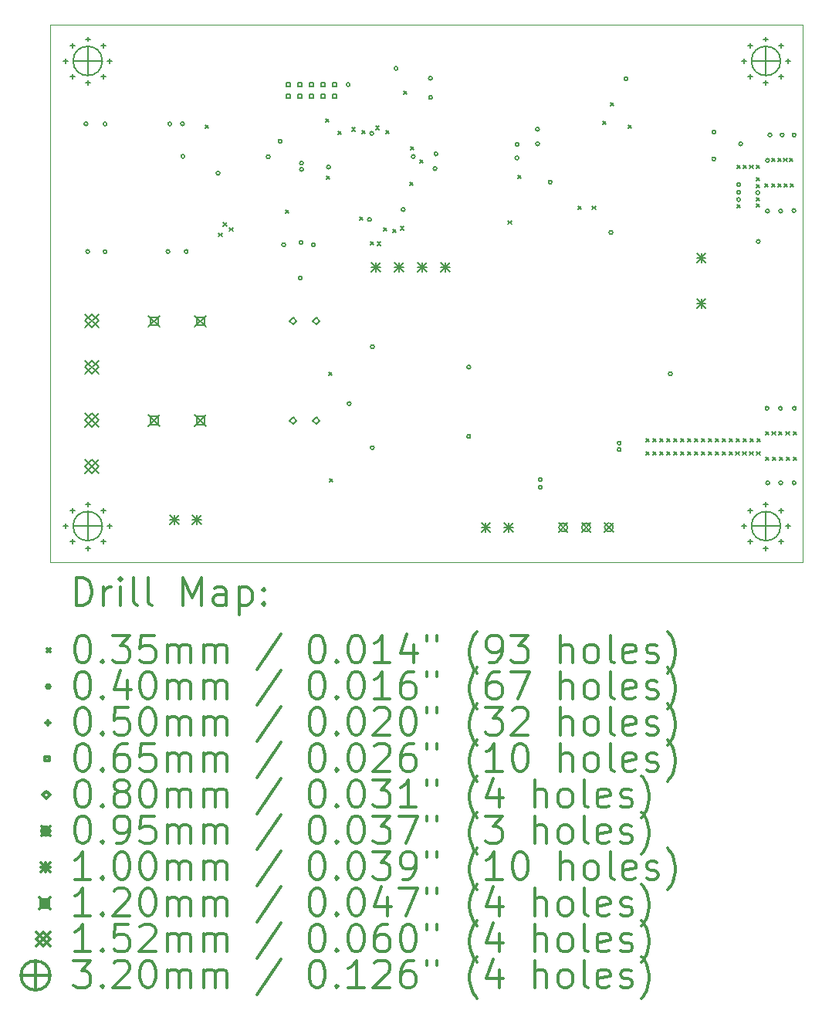
<source format=gbr>
%FSLAX45Y45*%
G04 Gerber Fmt 4.5, Leading zero omitted, Abs format (unit mm)*
G04 Created by KiCad (PCBNEW (5.1.4)-1) date 2022-02-20 14:43:40*
%MOMM*%
%LPD*%
G04 APERTURE LIST*
%ADD10C,0.050000*%
%ADD11C,0.200000*%
%ADD12C,0.300000*%
G04 APERTURE END LIST*
D10*
X9250000Y-6650000D02*
X17500000Y-6650000D01*
X9250000Y-12550000D02*
X9250000Y-6650000D01*
X17500000Y-12550000D02*
X9250000Y-12550000D01*
X17500000Y-6650000D02*
X17500000Y-12550000D01*
D11*
X10947500Y-7752500D02*
X10982500Y-7787500D01*
X10982500Y-7752500D02*
X10947500Y-7787500D01*
X11097500Y-8937500D02*
X11132500Y-8972500D01*
X11132500Y-8937500D02*
X11097500Y-8972500D01*
X11148661Y-8823661D02*
X11183661Y-8858661D01*
X11183661Y-8823661D02*
X11148661Y-8858661D01*
X11216510Y-8881475D02*
X11251510Y-8916475D01*
X11251510Y-8881475D02*
X11216510Y-8916475D01*
X11826520Y-8682000D02*
X11861520Y-8717000D01*
X11861520Y-8682000D02*
X11826520Y-8717000D01*
X12271020Y-7683780D02*
X12306020Y-7718780D01*
X12306020Y-7683780D02*
X12271020Y-7718780D01*
X12278640Y-8311160D02*
X12313640Y-8346160D01*
X12313640Y-8311160D02*
X12278640Y-8346160D01*
X12307500Y-10460500D02*
X12342500Y-10495500D01*
X12342500Y-10460500D02*
X12307500Y-10495500D01*
X12311500Y-11629500D02*
X12346500Y-11664500D01*
X12346500Y-11629500D02*
X12311500Y-11664500D01*
X12408180Y-7823480D02*
X12443180Y-7858480D01*
X12443180Y-7823480D02*
X12408180Y-7858480D01*
X12555500Y-7782840D02*
X12590500Y-7817840D01*
X12590500Y-7782840D02*
X12555500Y-7817840D01*
X12643919Y-8760351D02*
X12678919Y-8795351D01*
X12678919Y-8760351D02*
X12643919Y-8795351D01*
X12668568Y-7814855D02*
X12703568Y-7849855D01*
X12703568Y-7814855D02*
X12668568Y-7849855D01*
X12759724Y-9033564D02*
X12794724Y-9068564D01*
X12794724Y-9033564D02*
X12759724Y-9068564D01*
X12823239Y-7765892D02*
X12858239Y-7800892D01*
X12858239Y-7765892D02*
X12823239Y-7800892D01*
X12838501Y-9036339D02*
X12873501Y-9071339D01*
X12873501Y-9036339D02*
X12838501Y-9071339D01*
X12907500Y-8882500D02*
X12942500Y-8917500D01*
X12942500Y-8882500D02*
X12907500Y-8917500D01*
X12931682Y-7813358D02*
X12966682Y-7848358D01*
X12966682Y-7813358D02*
X12931682Y-7848358D01*
X13007212Y-8892788D02*
X13042212Y-8927788D01*
X13042212Y-8892788D02*
X13007212Y-8927788D01*
X13092500Y-8866339D02*
X13127500Y-8901339D01*
X13127500Y-8866339D02*
X13092500Y-8901339D01*
X13122500Y-7382500D02*
X13157500Y-7417500D01*
X13157500Y-7382500D02*
X13122500Y-7417500D01*
X13195580Y-8379740D02*
X13230580Y-8414740D01*
X13230580Y-8379740D02*
X13195580Y-8414740D01*
X13204786Y-7990428D02*
X13239786Y-8025428D01*
X13239786Y-7990428D02*
X13204786Y-8025428D01*
X13302500Y-8132500D02*
X13337500Y-8167500D01*
X13337500Y-8132500D02*
X13302500Y-8167500D01*
X14272161Y-8802839D02*
X14307161Y-8837839D01*
X14307161Y-8802839D02*
X14272161Y-8837839D01*
X14381760Y-8301000D02*
X14416760Y-8336000D01*
X14416760Y-8301000D02*
X14381760Y-8336000D01*
X15038520Y-8638700D02*
X15073520Y-8673700D01*
X15073520Y-8638700D02*
X15038520Y-8673700D01*
X15195520Y-8639700D02*
X15230520Y-8674700D01*
X15230520Y-8639700D02*
X15195520Y-8674700D01*
X15311400Y-7709180D02*
X15346400Y-7744180D01*
X15346400Y-7709180D02*
X15311400Y-7744180D01*
X15397760Y-7511060D02*
X15432760Y-7546060D01*
X15432760Y-7511060D02*
X15397760Y-7546060D01*
X15590800Y-7752360D02*
X15625800Y-7787360D01*
X15625800Y-7752360D02*
X15590800Y-7787360D01*
X15783500Y-11331500D02*
X15818500Y-11366500D01*
X15818500Y-11331500D02*
X15783500Y-11366500D01*
X15784500Y-11193500D02*
X15819500Y-11228500D01*
X15819500Y-11193500D02*
X15784500Y-11228500D01*
X15858500Y-11331500D02*
X15893500Y-11366500D01*
X15893500Y-11331500D02*
X15858500Y-11366500D01*
X15860437Y-11193500D02*
X15895437Y-11228500D01*
X15895437Y-11193500D02*
X15860437Y-11228500D01*
X15934500Y-11331500D02*
X15969500Y-11366500D01*
X15969500Y-11331500D02*
X15934500Y-11366500D01*
X15936375Y-11193500D02*
X15971375Y-11228500D01*
X15971375Y-11193500D02*
X15936375Y-11228500D01*
X16010500Y-11331500D02*
X16045500Y-11366500D01*
X16045500Y-11331500D02*
X16010500Y-11366500D01*
X16012312Y-11193500D02*
X16047312Y-11228500D01*
X16047312Y-11193500D02*
X16012312Y-11228500D01*
X16086500Y-11331500D02*
X16121500Y-11366500D01*
X16121500Y-11331500D02*
X16086500Y-11366500D01*
X16088250Y-11193500D02*
X16123250Y-11228500D01*
X16123250Y-11193500D02*
X16088250Y-11228500D01*
X16162500Y-11331500D02*
X16197500Y-11366500D01*
X16197500Y-11331500D02*
X16162500Y-11366500D01*
X16164187Y-11193500D02*
X16199187Y-11228500D01*
X16199187Y-11193500D02*
X16164187Y-11228500D01*
X16238500Y-11331500D02*
X16273500Y-11366500D01*
X16273500Y-11331500D02*
X16238500Y-11366500D01*
X16240125Y-11193500D02*
X16275125Y-11228500D01*
X16275125Y-11193500D02*
X16240125Y-11228500D01*
X16314500Y-11331500D02*
X16349500Y-11366500D01*
X16349500Y-11331500D02*
X16314500Y-11366500D01*
X16316062Y-11193500D02*
X16351062Y-11228500D01*
X16351062Y-11193500D02*
X16316062Y-11228500D01*
X16390500Y-11331500D02*
X16425500Y-11366500D01*
X16425500Y-11331500D02*
X16390500Y-11366500D01*
X16392000Y-11193500D02*
X16427000Y-11228500D01*
X16427000Y-11193500D02*
X16392000Y-11228500D01*
X16466500Y-11331500D02*
X16501500Y-11366500D01*
X16501500Y-11331500D02*
X16466500Y-11366500D01*
X16467937Y-11193500D02*
X16502937Y-11228500D01*
X16502937Y-11193500D02*
X16467937Y-11228500D01*
X16542500Y-11331500D02*
X16577500Y-11366500D01*
X16577500Y-11331500D02*
X16542500Y-11366500D01*
X16543875Y-11193500D02*
X16578875Y-11228500D01*
X16578875Y-11193500D02*
X16543875Y-11228500D01*
X16618500Y-11331500D02*
X16653500Y-11366500D01*
X16653500Y-11331500D02*
X16618500Y-11366500D01*
X16619812Y-11193500D02*
X16654812Y-11228500D01*
X16654812Y-11193500D02*
X16619812Y-11228500D01*
X16694500Y-11331500D02*
X16729500Y-11366500D01*
X16729500Y-11331500D02*
X16694500Y-11366500D01*
X16695750Y-11193500D02*
X16730750Y-11228500D01*
X16730750Y-11193500D02*
X16695750Y-11228500D01*
X16770500Y-11331500D02*
X16805500Y-11366500D01*
X16805500Y-11331500D02*
X16770500Y-11366500D01*
X16771687Y-11193500D02*
X16806688Y-11228500D01*
X16806688Y-11193500D02*
X16771687Y-11228500D01*
X16782060Y-8626120D02*
X16817060Y-8661120D01*
X16817060Y-8626120D02*
X16782060Y-8661120D01*
X16782500Y-8192500D02*
X16817500Y-8227500D01*
X16817500Y-8192500D02*
X16782500Y-8227500D01*
X16846500Y-11331500D02*
X16881500Y-11366500D01*
X16881500Y-11331500D02*
X16846500Y-11366500D01*
X16847625Y-11193500D02*
X16882625Y-11228500D01*
X16882625Y-11193500D02*
X16847625Y-11228500D01*
X16852500Y-8193500D02*
X16887500Y-8228500D01*
X16887500Y-8193500D02*
X16852500Y-8228500D01*
X16922500Y-8193500D02*
X16957500Y-8228500D01*
X16957500Y-8193500D02*
X16922500Y-8228500D01*
X16922500Y-11331500D02*
X16957500Y-11366500D01*
X16957500Y-11331500D02*
X16922500Y-11366500D01*
X16923563Y-11193500D02*
X16958563Y-11228500D01*
X16958563Y-11193500D02*
X16923563Y-11228500D01*
X16992500Y-8192500D02*
X17027500Y-8227500D01*
X17027500Y-8192500D02*
X16992500Y-8227500D01*
X16992500Y-8332500D02*
X17027500Y-8367500D01*
X17027500Y-8332500D02*
X16992500Y-8367500D01*
X16994500Y-8406500D02*
X17029500Y-8441500D01*
X17029500Y-8406500D02*
X16994500Y-8441500D01*
X16995420Y-8549920D02*
X17030420Y-8584920D01*
X17030420Y-8549920D02*
X16995420Y-8584920D01*
X16997960Y-8613420D02*
X17032960Y-8648420D01*
X17032960Y-8613420D02*
X16997960Y-8648420D01*
X16998500Y-11331500D02*
X17033500Y-11366500D01*
X17033500Y-11331500D02*
X16998500Y-11366500D01*
X16999500Y-11193500D02*
X17034500Y-11228500D01*
X17034500Y-11193500D02*
X16999500Y-11228500D01*
X17089400Y-8394980D02*
X17124400Y-8429980D01*
X17124400Y-8394980D02*
X17089400Y-8429980D01*
X17092500Y-11392500D02*
X17127500Y-11427500D01*
X17127500Y-11392500D02*
X17092500Y-11427500D01*
X17097020Y-11112780D02*
X17132020Y-11147780D01*
X17132020Y-11112780D02*
X17097020Y-11147780D01*
X17160520Y-8394980D02*
X17195520Y-8429980D01*
X17195520Y-8394980D02*
X17160520Y-8429980D01*
X17165600Y-8120660D02*
X17200600Y-8155660D01*
X17200600Y-8120660D02*
X17165600Y-8155660D01*
X17168140Y-11112780D02*
X17203140Y-11147780D01*
X17203140Y-11112780D02*
X17168140Y-11147780D01*
X17170000Y-11392500D02*
X17205000Y-11427500D01*
X17205000Y-11392500D02*
X17170000Y-11427500D01*
X17229100Y-8120660D02*
X17264100Y-8155660D01*
X17264100Y-8120660D02*
X17229100Y-8155660D01*
X17231640Y-8394980D02*
X17266640Y-8429980D01*
X17266640Y-8394980D02*
X17231640Y-8429980D01*
X17241800Y-11112780D02*
X17276800Y-11147780D01*
X17276800Y-11112780D02*
X17241800Y-11147780D01*
X17247500Y-11392500D02*
X17282500Y-11427500D01*
X17282500Y-11392500D02*
X17247500Y-11427500D01*
X17295140Y-8120660D02*
X17330140Y-8155660D01*
X17330140Y-8120660D02*
X17295140Y-8155660D01*
X17297680Y-8394980D02*
X17332680Y-8429980D01*
X17332680Y-8394980D02*
X17297680Y-8429980D01*
X17320540Y-11112780D02*
X17355540Y-11147780D01*
X17355540Y-11112780D02*
X17320540Y-11147780D01*
X17325000Y-11392500D02*
X17360000Y-11427500D01*
X17360000Y-11392500D02*
X17325000Y-11427500D01*
X17358640Y-8120660D02*
X17393640Y-8155660D01*
X17393640Y-8120660D02*
X17358640Y-8155660D01*
X17363720Y-8394980D02*
X17398720Y-8429980D01*
X17398720Y-8394980D02*
X17363720Y-8429980D01*
X17399280Y-11115320D02*
X17434280Y-11150320D01*
X17434280Y-11115320D02*
X17399280Y-11150320D01*
X17402500Y-11392500D02*
X17437500Y-11427500D01*
X17437500Y-11392500D02*
X17402500Y-11427500D01*
X9660000Y-7740000D02*
G75*
G03X9660000Y-7740000I-20000J0D01*
G01*
X9680000Y-9140000D02*
G75*
G03X9680000Y-9140000I-20000J0D01*
G01*
X9870000Y-7740000D02*
G75*
G03X9870000Y-7740000I-20000J0D01*
G01*
X9870000Y-9140000D02*
G75*
G03X9870000Y-9140000I-20000J0D01*
G01*
X10560000Y-9140000D02*
G75*
G03X10560000Y-9140000I-20000J0D01*
G01*
X10580000Y-7740000D02*
G75*
G03X10580000Y-7740000I-20000J0D01*
G01*
X10720000Y-7740000D02*
G75*
G03X10720000Y-7740000I-20000J0D01*
G01*
X10724000Y-8096000D02*
G75*
G03X10724000Y-8096000I-20000J0D01*
G01*
X10760000Y-9140000D02*
G75*
G03X10760000Y-9140000I-20000J0D01*
G01*
X11110000Y-8280000D02*
G75*
G03X11110000Y-8280000I-20000J0D01*
G01*
X11660000Y-8100000D02*
G75*
G03X11660000Y-8100000I-20000J0D01*
G01*
X11790000Y-7930000D02*
G75*
G03X11790000Y-7930000I-20000J0D01*
G01*
X11830000Y-9065000D02*
G75*
G03X11830000Y-9065000I-20000J0D01*
G01*
X12010000Y-9430000D02*
G75*
G03X12010000Y-9430000I-20000J0D01*
G01*
X12019920Y-9040081D02*
G75*
G03X12019920Y-9040081I-20000J0D01*
G01*
X12025000Y-8170000D02*
G75*
G03X12025000Y-8170000I-20000J0D01*
G01*
X12025000Y-8240000D02*
G75*
G03X12025000Y-8240000I-20000J0D01*
G01*
X12156251Y-9067428D02*
G75*
G03X12156251Y-9067428I-20000J0D01*
G01*
X12321220Y-8214360D02*
G75*
G03X12321220Y-8214360I-20000J0D01*
G01*
X12537000Y-7309000D02*
G75*
G03X12537000Y-7309000I-20000J0D01*
G01*
X12547000Y-10808000D02*
G75*
G03X12547000Y-10808000I-20000J0D01*
G01*
X12770800Y-8788400D02*
G75*
G03X12770800Y-8788400I-20000J0D01*
G01*
X12795170Y-7845043D02*
G75*
G03X12795170Y-7845043I-20000J0D01*
G01*
X12801000Y-11291000D02*
G75*
G03X12801000Y-11291000I-20000J0D01*
G01*
X12802000Y-10183000D02*
G75*
G03X12802000Y-10183000I-20000J0D01*
G01*
X13062000Y-7131000D02*
G75*
G03X13062000Y-7131000I-20000J0D01*
G01*
X13140000Y-8680000D02*
G75*
G03X13140000Y-8680000I-20000J0D01*
G01*
X13250860Y-8097520D02*
G75*
G03X13250860Y-8097520I-20000J0D01*
G01*
X13440000Y-7240000D02*
G75*
G03X13440000Y-7240000I-20000J0D01*
G01*
X13440000Y-7450000D02*
G75*
G03X13440000Y-7450000I-20000J0D01*
G01*
X13490000Y-8230000D02*
G75*
G03X13490000Y-8230000I-20000J0D01*
G01*
X13500000Y-8070000D02*
G75*
G03X13500000Y-8070000I-20000J0D01*
G01*
X13859000Y-10406000D02*
G75*
G03X13859000Y-10406000I-20000J0D01*
G01*
X13859000Y-11166000D02*
G75*
G03X13859000Y-11166000I-20000J0D01*
G01*
X14388000Y-8114000D02*
G75*
G03X14388000Y-8114000I-20000J0D01*
G01*
X14391000Y-7964000D02*
G75*
G03X14391000Y-7964000I-20000J0D01*
G01*
X14613020Y-7799200D02*
G75*
G03X14613020Y-7799200I-20000J0D01*
G01*
X14615020Y-7959200D02*
G75*
G03X14615020Y-7959200I-20000J0D01*
G01*
X14645000Y-11640000D02*
G75*
G03X14645000Y-11640000I-20000J0D01*
G01*
X14645000Y-11725000D02*
G75*
G03X14645000Y-11725000I-20000J0D01*
G01*
X14753020Y-8378200D02*
G75*
G03X14753020Y-8378200I-20000J0D01*
G01*
X15420000Y-8930000D02*
G75*
G03X15420000Y-8930000I-20000J0D01*
G01*
X15510000Y-11240000D02*
G75*
G03X15510000Y-11240000I-20000J0D01*
G01*
X15510000Y-11310000D02*
G75*
G03X15510000Y-11310000I-20000J0D01*
G01*
X15585000Y-7244000D02*
G75*
G03X15585000Y-7244000I-20000J0D01*
G01*
X16070260Y-10480040D02*
G75*
G03X16070260Y-10480040I-20000J0D01*
G01*
X16547000Y-8125000D02*
G75*
G03X16547000Y-8125000I-20000J0D01*
G01*
X16550000Y-7829000D02*
G75*
G03X16550000Y-7829000I-20000J0D01*
G01*
X16819560Y-8569960D02*
G75*
G03X16819560Y-8569960I-20000J0D01*
G01*
X16820000Y-8407400D02*
G75*
G03X16820000Y-8407400I-20000J0D01*
G01*
X16821000Y-8488680D02*
G75*
G03X16821000Y-8488680I-20000J0D01*
G01*
X16842000Y-7960000D02*
G75*
G03X16842000Y-7960000I-20000J0D01*
G01*
X17030000Y-8494333D02*
G75*
G03X17030000Y-8494333I-20000J0D01*
G01*
X17035460Y-9029700D02*
G75*
G03X17035460Y-9029700I-20000J0D01*
G01*
X17131980Y-10858500D02*
G75*
G03X17131980Y-10858500I-20000J0D01*
G01*
X17136000Y-8696000D02*
G75*
G03X17136000Y-8696000I-20000J0D01*
G01*
X17137060Y-8140700D02*
G75*
G03X17137060Y-8140700I-20000J0D01*
G01*
X17139600Y-11676380D02*
G75*
G03X17139600Y-11676380I-20000J0D01*
G01*
X17163000Y-7862000D02*
G75*
G03X17163000Y-7862000I-20000J0D01*
G01*
X17279000Y-10858500D02*
G75*
G03X17279000Y-10858500I-20000J0D01*
G01*
X17281000Y-8696000D02*
G75*
G03X17281000Y-8696000I-20000J0D01*
G01*
X17281840Y-11676380D02*
G75*
G03X17281840Y-11676380I-20000J0D01*
G01*
X17297000Y-7862000D02*
G75*
G03X17297000Y-7862000I-20000J0D01*
G01*
X17426000Y-8691000D02*
G75*
G03X17426000Y-8691000I-20000J0D01*
G01*
X17428000Y-7862000D02*
G75*
G03X17428000Y-7862000I-20000J0D01*
G01*
X17429160Y-11676380D02*
G75*
G03X17429160Y-11676380I-20000J0D01*
G01*
X17431700Y-10858500D02*
G75*
G03X17431700Y-10858500I-20000J0D01*
G01*
X9420000Y-7025000D02*
X9420000Y-7075000D01*
X9395000Y-7050000D02*
X9445000Y-7050000D01*
X9490294Y-6855294D02*
X9490294Y-6905294D01*
X9465294Y-6880294D02*
X9515294Y-6880294D01*
X9490294Y-7194706D02*
X9490294Y-7244706D01*
X9465294Y-7219706D02*
X9515294Y-7219706D01*
X9660000Y-6785000D02*
X9660000Y-6835000D01*
X9635000Y-6810000D02*
X9685000Y-6810000D01*
X9660000Y-7265000D02*
X9660000Y-7315000D01*
X9635000Y-7290000D02*
X9685000Y-7290000D01*
X9829706Y-6855294D02*
X9829706Y-6905294D01*
X9804706Y-6880294D02*
X9854706Y-6880294D01*
X9829706Y-7194706D02*
X9829706Y-7244706D01*
X9804706Y-7219706D02*
X9854706Y-7219706D01*
X9900000Y-7025000D02*
X9900000Y-7075000D01*
X9875000Y-7050000D02*
X9925000Y-7050000D01*
X9420000Y-12125000D02*
X9420000Y-12175000D01*
X9395000Y-12150000D02*
X9445000Y-12150000D01*
X9490294Y-11955294D02*
X9490294Y-12005294D01*
X9465294Y-11980294D02*
X9515294Y-11980294D01*
X9490294Y-12294706D02*
X9490294Y-12344706D01*
X9465294Y-12319706D02*
X9515294Y-12319706D01*
X9660000Y-11885000D02*
X9660000Y-11935000D01*
X9635000Y-11910000D02*
X9685000Y-11910000D01*
X9660000Y-12365000D02*
X9660000Y-12415000D01*
X9635000Y-12390000D02*
X9685000Y-12390000D01*
X9829706Y-11955294D02*
X9829706Y-12005294D01*
X9804706Y-11980294D02*
X9854706Y-11980294D01*
X9829706Y-12294706D02*
X9829706Y-12344706D01*
X9804706Y-12319706D02*
X9854706Y-12319706D01*
X9900000Y-12125000D02*
X9900000Y-12175000D01*
X9875000Y-12150000D02*
X9925000Y-12150000D01*
X16860000Y-7025000D02*
X16860000Y-7075000D01*
X16835000Y-7050000D02*
X16885000Y-7050000D01*
X16930294Y-6855294D02*
X16930294Y-6905294D01*
X16905294Y-6880294D02*
X16955294Y-6880294D01*
X16930294Y-7194706D02*
X16930294Y-7244706D01*
X16905294Y-7219706D02*
X16955294Y-7219706D01*
X17100000Y-6785000D02*
X17100000Y-6835000D01*
X17075000Y-6810000D02*
X17125000Y-6810000D01*
X17100000Y-7265000D02*
X17100000Y-7315000D01*
X17075000Y-7290000D02*
X17125000Y-7290000D01*
X17269706Y-6855294D02*
X17269706Y-6905294D01*
X17244706Y-6880294D02*
X17294706Y-6880294D01*
X17269706Y-7194706D02*
X17269706Y-7244706D01*
X17244706Y-7219706D02*
X17294706Y-7219706D01*
X17340000Y-7025000D02*
X17340000Y-7075000D01*
X17315000Y-7050000D02*
X17365000Y-7050000D01*
X16860000Y-12125000D02*
X16860000Y-12175000D01*
X16835000Y-12150000D02*
X16885000Y-12150000D01*
X16930294Y-11955294D02*
X16930294Y-12005294D01*
X16905294Y-11980294D02*
X16955294Y-11980294D01*
X16930294Y-12294706D02*
X16930294Y-12344706D01*
X16905294Y-12319706D02*
X16955294Y-12319706D01*
X17100000Y-11885000D02*
X17100000Y-11935000D01*
X17075000Y-11910000D02*
X17125000Y-11910000D01*
X17100000Y-12365000D02*
X17100000Y-12415000D01*
X17075000Y-12390000D02*
X17125000Y-12390000D01*
X17269706Y-11955294D02*
X17269706Y-12005294D01*
X17244706Y-11980294D02*
X17294706Y-11980294D01*
X17269706Y-12294706D02*
X17269706Y-12344706D01*
X17244706Y-12319706D02*
X17294706Y-12319706D01*
X17340000Y-12125000D02*
X17340000Y-12175000D01*
X17315000Y-12150000D02*
X17365000Y-12150000D01*
X11881981Y-7330981D02*
X11881981Y-7285019D01*
X11836019Y-7285019D01*
X11836019Y-7330981D01*
X11881981Y-7330981D01*
X11881981Y-7457981D02*
X11881981Y-7412019D01*
X11836019Y-7412019D01*
X11836019Y-7457981D01*
X11881981Y-7457981D01*
X12008981Y-7330981D02*
X12008981Y-7285019D01*
X11963019Y-7285019D01*
X11963019Y-7330981D01*
X12008981Y-7330981D01*
X12008981Y-7457981D02*
X12008981Y-7412019D01*
X11963019Y-7412019D01*
X11963019Y-7457981D01*
X12008981Y-7457981D01*
X12135981Y-7330981D02*
X12135981Y-7285019D01*
X12090019Y-7285019D01*
X12090019Y-7330981D01*
X12135981Y-7330981D01*
X12135981Y-7457981D02*
X12135981Y-7412019D01*
X12090019Y-7412019D01*
X12090019Y-7457981D01*
X12135981Y-7457981D01*
X12262981Y-7330981D02*
X12262981Y-7285019D01*
X12217019Y-7285019D01*
X12217019Y-7330981D01*
X12262981Y-7330981D01*
X12262981Y-7457981D02*
X12262981Y-7412019D01*
X12217019Y-7412019D01*
X12217019Y-7457981D01*
X12262981Y-7457981D01*
X12389981Y-7330981D02*
X12389981Y-7285019D01*
X12344019Y-7285019D01*
X12344019Y-7330981D01*
X12389981Y-7330981D01*
X12389981Y-7457981D02*
X12389981Y-7412019D01*
X12344019Y-7412019D01*
X12344019Y-7457981D01*
X12389981Y-7457981D01*
X11911000Y-11032250D02*
X11951000Y-10992250D01*
X11911000Y-10952250D01*
X11871000Y-10992250D01*
X11911000Y-11032250D01*
X12165000Y-11032250D02*
X12205000Y-10992250D01*
X12165000Y-10952250D01*
X12125000Y-10992250D01*
X12165000Y-11032250D01*
X11911000Y-9942250D02*
X11951000Y-9902250D01*
X11911000Y-9862250D01*
X11871000Y-9902250D01*
X11911000Y-9942250D01*
X12165000Y-9942250D02*
X12205000Y-9902250D01*
X12165000Y-9862250D01*
X12125000Y-9902250D01*
X12165000Y-9942250D01*
X14829500Y-12116500D02*
X14924500Y-12211500D01*
X14924500Y-12116500D02*
X14829500Y-12211500D01*
X14924500Y-12164000D02*
G75*
G03X14924500Y-12164000I-47500J0D01*
G01*
X15079500Y-12116500D02*
X15174500Y-12211500D01*
X15174500Y-12116500D02*
X15079500Y-12211500D01*
X15174500Y-12164000D02*
G75*
G03X15174500Y-12164000I-47500J0D01*
G01*
X15329500Y-12116500D02*
X15424500Y-12211500D01*
X15424500Y-12116500D02*
X15329500Y-12211500D01*
X15424500Y-12164000D02*
G75*
G03X15424500Y-12164000I-47500J0D01*
G01*
X10560000Y-12030000D02*
X10660000Y-12130000D01*
X10660000Y-12030000D02*
X10560000Y-12130000D01*
X10610000Y-12030000D02*
X10610000Y-12130000D01*
X10560000Y-12080000D02*
X10660000Y-12080000D01*
X10810000Y-12030000D02*
X10910000Y-12130000D01*
X10910000Y-12030000D02*
X10810000Y-12130000D01*
X10860000Y-12030000D02*
X10860000Y-12130000D01*
X10810000Y-12080000D02*
X10910000Y-12080000D01*
X12772000Y-9260000D02*
X12872000Y-9360000D01*
X12872000Y-9260000D02*
X12772000Y-9360000D01*
X12822000Y-9260000D02*
X12822000Y-9360000D01*
X12772000Y-9310000D02*
X12872000Y-9310000D01*
X13026000Y-9260000D02*
X13126000Y-9360000D01*
X13126000Y-9260000D02*
X13026000Y-9360000D01*
X13076000Y-9260000D02*
X13076000Y-9360000D01*
X13026000Y-9310000D02*
X13126000Y-9310000D01*
X13280000Y-9260000D02*
X13380000Y-9360000D01*
X13380000Y-9260000D02*
X13280000Y-9360000D01*
X13330000Y-9260000D02*
X13330000Y-9360000D01*
X13280000Y-9310000D02*
X13380000Y-9310000D01*
X13534000Y-9260000D02*
X13634000Y-9360000D01*
X13634000Y-9260000D02*
X13534000Y-9360000D01*
X13584000Y-9260000D02*
X13584000Y-9360000D01*
X13534000Y-9310000D02*
X13634000Y-9310000D01*
X16340000Y-9160000D02*
X16440000Y-9260000D01*
X16440000Y-9160000D02*
X16340000Y-9260000D01*
X16390000Y-9160000D02*
X16390000Y-9260000D01*
X16340000Y-9210000D02*
X16440000Y-9210000D01*
X16340000Y-9660000D02*
X16440000Y-9760000D01*
X16440000Y-9660000D02*
X16340000Y-9760000D01*
X16390000Y-9660000D02*
X16390000Y-9760000D01*
X16340000Y-9710000D02*
X16440000Y-9710000D01*
X13977000Y-12114000D02*
X14077000Y-12214000D01*
X14077000Y-12114000D02*
X13977000Y-12214000D01*
X14027000Y-12114000D02*
X14027000Y-12214000D01*
X13977000Y-12164000D02*
X14077000Y-12164000D01*
X14227000Y-12114000D02*
X14327000Y-12214000D01*
X14327000Y-12114000D02*
X14227000Y-12214000D01*
X14277000Y-12114000D02*
X14277000Y-12214000D01*
X14227000Y-12164000D02*
X14327000Y-12164000D01*
X10327000Y-10932250D02*
X10447000Y-11052250D01*
X10447000Y-10932250D02*
X10327000Y-11052250D01*
X10429427Y-11034677D02*
X10429427Y-10949823D01*
X10344573Y-10949823D01*
X10344573Y-11034677D01*
X10429427Y-11034677D01*
X10835000Y-10932250D02*
X10955000Y-11052250D01*
X10955000Y-10932250D02*
X10835000Y-11052250D01*
X10937427Y-11034677D02*
X10937427Y-10949823D01*
X10852573Y-10949823D01*
X10852573Y-11034677D01*
X10937427Y-11034677D01*
X10327000Y-9842250D02*
X10447000Y-9962250D01*
X10447000Y-9842250D02*
X10327000Y-9962250D01*
X10429427Y-9944677D02*
X10429427Y-9859823D01*
X10344573Y-9859823D01*
X10344573Y-9944677D01*
X10429427Y-9944677D01*
X10835000Y-9842250D02*
X10955000Y-9962250D01*
X10955000Y-9842250D02*
X10835000Y-9962250D01*
X10937427Y-9944677D02*
X10937427Y-9859823D01*
X10852573Y-9859823D01*
X10852573Y-9944677D01*
X10937427Y-9944677D01*
X9629000Y-10914000D02*
X9781000Y-11066000D01*
X9781000Y-10914000D02*
X9629000Y-11066000D01*
X9705000Y-11066000D02*
X9781000Y-10990000D01*
X9705000Y-10914000D01*
X9629000Y-10990000D01*
X9705000Y-11066000D01*
X9629000Y-11422000D02*
X9781000Y-11574000D01*
X9781000Y-11422000D02*
X9629000Y-11574000D01*
X9705000Y-11574000D02*
X9781000Y-11498000D01*
X9705000Y-11422000D01*
X9629000Y-11498000D01*
X9705000Y-11574000D01*
X9629000Y-9824000D02*
X9781000Y-9976000D01*
X9781000Y-9824000D02*
X9629000Y-9976000D01*
X9705000Y-9976000D02*
X9781000Y-9900000D01*
X9705000Y-9824000D01*
X9629000Y-9900000D01*
X9705000Y-9976000D01*
X9629000Y-10332000D02*
X9781000Y-10484000D01*
X9781000Y-10332000D02*
X9629000Y-10484000D01*
X9705000Y-10484000D02*
X9781000Y-10408000D01*
X9705000Y-10332000D01*
X9629000Y-10408000D01*
X9705000Y-10484000D01*
X9660000Y-11990000D02*
X9660000Y-12310000D01*
X9500000Y-12150000D02*
X9820000Y-12150000D01*
X9820000Y-12150000D02*
G75*
G03X9820000Y-12150000I-160000J0D01*
G01*
X17100000Y-6890000D02*
X17100000Y-7210000D01*
X16940000Y-7050000D02*
X17260000Y-7050000D01*
X17260000Y-7050000D02*
G75*
G03X17260000Y-7050000I-160000J0D01*
G01*
X17100000Y-11990000D02*
X17100000Y-12310000D01*
X16940000Y-12150000D02*
X17260000Y-12150000D01*
X17260000Y-12150000D02*
G75*
G03X17260000Y-12150000I-160000J0D01*
G01*
X9660000Y-6890000D02*
X9660000Y-7210000D01*
X9500000Y-7050000D02*
X9820000Y-7050000D01*
X9820000Y-7050000D02*
G75*
G03X9820000Y-7050000I-160000J0D01*
G01*
D12*
X9533928Y-13018214D02*
X9533928Y-12718214D01*
X9605357Y-12718214D01*
X9648214Y-12732500D01*
X9676786Y-12761071D01*
X9691071Y-12789643D01*
X9705357Y-12846786D01*
X9705357Y-12889643D01*
X9691071Y-12946786D01*
X9676786Y-12975357D01*
X9648214Y-13003929D01*
X9605357Y-13018214D01*
X9533928Y-13018214D01*
X9833928Y-13018214D02*
X9833928Y-12818214D01*
X9833928Y-12875357D02*
X9848214Y-12846786D01*
X9862500Y-12832500D01*
X9891071Y-12818214D01*
X9919643Y-12818214D01*
X10019643Y-13018214D02*
X10019643Y-12818214D01*
X10019643Y-12718214D02*
X10005357Y-12732500D01*
X10019643Y-12746786D01*
X10033928Y-12732500D01*
X10019643Y-12718214D01*
X10019643Y-12746786D01*
X10205357Y-13018214D02*
X10176786Y-13003929D01*
X10162500Y-12975357D01*
X10162500Y-12718214D01*
X10362500Y-13018214D02*
X10333928Y-13003929D01*
X10319643Y-12975357D01*
X10319643Y-12718214D01*
X10705357Y-13018214D02*
X10705357Y-12718214D01*
X10805357Y-12932500D01*
X10905357Y-12718214D01*
X10905357Y-13018214D01*
X11176786Y-13018214D02*
X11176786Y-12861071D01*
X11162500Y-12832500D01*
X11133928Y-12818214D01*
X11076786Y-12818214D01*
X11048214Y-12832500D01*
X11176786Y-13003929D02*
X11148214Y-13018214D01*
X11076786Y-13018214D01*
X11048214Y-13003929D01*
X11033928Y-12975357D01*
X11033928Y-12946786D01*
X11048214Y-12918214D01*
X11076786Y-12903929D01*
X11148214Y-12903929D01*
X11176786Y-12889643D01*
X11319643Y-12818214D02*
X11319643Y-13118214D01*
X11319643Y-12832500D02*
X11348214Y-12818214D01*
X11405357Y-12818214D01*
X11433928Y-12832500D01*
X11448214Y-12846786D01*
X11462500Y-12875357D01*
X11462500Y-12961071D01*
X11448214Y-12989643D01*
X11433928Y-13003929D01*
X11405357Y-13018214D01*
X11348214Y-13018214D01*
X11319643Y-13003929D01*
X11591071Y-12989643D02*
X11605357Y-13003929D01*
X11591071Y-13018214D01*
X11576786Y-13003929D01*
X11591071Y-12989643D01*
X11591071Y-13018214D01*
X11591071Y-12832500D02*
X11605357Y-12846786D01*
X11591071Y-12861071D01*
X11576786Y-12846786D01*
X11591071Y-12832500D01*
X11591071Y-12861071D01*
X9212500Y-13495000D02*
X9247500Y-13530000D01*
X9247500Y-13495000D02*
X9212500Y-13530000D01*
X9591071Y-13348214D02*
X9619643Y-13348214D01*
X9648214Y-13362500D01*
X9662500Y-13376786D01*
X9676786Y-13405357D01*
X9691071Y-13462500D01*
X9691071Y-13533929D01*
X9676786Y-13591071D01*
X9662500Y-13619643D01*
X9648214Y-13633929D01*
X9619643Y-13648214D01*
X9591071Y-13648214D01*
X9562500Y-13633929D01*
X9548214Y-13619643D01*
X9533928Y-13591071D01*
X9519643Y-13533929D01*
X9519643Y-13462500D01*
X9533928Y-13405357D01*
X9548214Y-13376786D01*
X9562500Y-13362500D01*
X9591071Y-13348214D01*
X9819643Y-13619643D02*
X9833928Y-13633929D01*
X9819643Y-13648214D01*
X9805357Y-13633929D01*
X9819643Y-13619643D01*
X9819643Y-13648214D01*
X9933928Y-13348214D02*
X10119643Y-13348214D01*
X10019643Y-13462500D01*
X10062500Y-13462500D01*
X10091071Y-13476786D01*
X10105357Y-13491071D01*
X10119643Y-13519643D01*
X10119643Y-13591071D01*
X10105357Y-13619643D01*
X10091071Y-13633929D01*
X10062500Y-13648214D01*
X9976786Y-13648214D01*
X9948214Y-13633929D01*
X9933928Y-13619643D01*
X10391071Y-13348214D02*
X10248214Y-13348214D01*
X10233928Y-13491071D01*
X10248214Y-13476786D01*
X10276786Y-13462500D01*
X10348214Y-13462500D01*
X10376786Y-13476786D01*
X10391071Y-13491071D01*
X10405357Y-13519643D01*
X10405357Y-13591071D01*
X10391071Y-13619643D01*
X10376786Y-13633929D01*
X10348214Y-13648214D01*
X10276786Y-13648214D01*
X10248214Y-13633929D01*
X10233928Y-13619643D01*
X10533928Y-13648214D02*
X10533928Y-13448214D01*
X10533928Y-13476786D02*
X10548214Y-13462500D01*
X10576786Y-13448214D01*
X10619643Y-13448214D01*
X10648214Y-13462500D01*
X10662500Y-13491071D01*
X10662500Y-13648214D01*
X10662500Y-13491071D02*
X10676786Y-13462500D01*
X10705357Y-13448214D01*
X10748214Y-13448214D01*
X10776786Y-13462500D01*
X10791071Y-13491071D01*
X10791071Y-13648214D01*
X10933928Y-13648214D02*
X10933928Y-13448214D01*
X10933928Y-13476786D02*
X10948214Y-13462500D01*
X10976786Y-13448214D01*
X11019643Y-13448214D01*
X11048214Y-13462500D01*
X11062500Y-13491071D01*
X11062500Y-13648214D01*
X11062500Y-13491071D02*
X11076786Y-13462500D01*
X11105357Y-13448214D01*
X11148214Y-13448214D01*
X11176786Y-13462500D01*
X11191071Y-13491071D01*
X11191071Y-13648214D01*
X11776786Y-13333929D02*
X11519643Y-13719643D01*
X12162500Y-13348214D02*
X12191071Y-13348214D01*
X12219643Y-13362500D01*
X12233928Y-13376786D01*
X12248214Y-13405357D01*
X12262500Y-13462500D01*
X12262500Y-13533929D01*
X12248214Y-13591071D01*
X12233928Y-13619643D01*
X12219643Y-13633929D01*
X12191071Y-13648214D01*
X12162500Y-13648214D01*
X12133928Y-13633929D01*
X12119643Y-13619643D01*
X12105357Y-13591071D01*
X12091071Y-13533929D01*
X12091071Y-13462500D01*
X12105357Y-13405357D01*
X12119643Y-13376786D01*
X12133928Y-13362500D01*
X12162500Y-13348214D01*
X12391071Y-13619643D02*
X12405357Y-13633929D01*
X12391071Y-13648214D01*
X12376786Y-13633929D01*
X12391071Y-13619643D01*
X12391071Y-13648214D01*
X12591071Y-13348214D02*
X12619643Y-13348214D01*
X12648214Y-13362500D01*
X12662500Y-13376786D01*
X12676786Y-13405357D01*
X12691071Y-13462500D01*
X12691071Y-13533929D01*
X12676786Y-13591071D01*
X12662500Y-13619643D01*
X12648214Y-13633929D01*
X12619643Y-13648214D01*
X12591071Y-13648214D01*
X12562500Y-13633929D01*
X12548214Y-13619643D01*
X12533928Y-13591071D01*
X12519643Y-13533929D01*
X12519643Y-13462500D01*
X12533928Y-13405357D01*
X12548214Y-13376786D01*
X12562500Y-13362500D01*
X12591071Y-13348214D01*
X12976786Y-13648214D02*
X12805357Y-13648214D01*
X12891071Y-13648214D02*
X12891071Y-13348214D01*
X12862500Y-13391071D01*
X12833928Y-13419643D01*
X12805357Y-13433929D01*
X13233928Y-13448214D02*
X13233928Y-13648214D01*
X13162500Y-13333929D02*
X13091071Y-13548214D01*
X13276786Y-13548214D01*
X13376786Y-13348214D02*
X13376786Y-13405357D01*
X13491071Y-13348214D02*
X13491071Y-13405357D01*
X13933928Y-13762500D02*
X13919643Y-13748214D01*
X13891071Y-13705357D01*
X13876786Y-13676786D01*
X13862500Y-13633929D01*
X13848214Y-13562500D01*
X13848214Y-13505357D01*
X13862500Y-13433929D01*
X13876786Y-13391071D01*
X13891071Y-13362500D01*
X13919643Y-13319643D01*
X13933928Y-13305357D01*
X14062500Y-13648214D02*
X14119643Y-13648214D01*
X14148214Y-13633929D01*
X14162500Y-13619643D01*
X14191071Y-13576786D01*
X14205357Y-13519643D01*
X14205357Y-13405357D01*
X14191071Y-13376786D01*
X14176786Y-13362500D01*
X14148214Y-13348214D01*
X14091071Y-13348214D01*
X14062500Y-13362500D01*
X14048214Y-13376786D01*
X14033928Y-13405357D01*
X14033928Y-13476786D01*
X14048214Y-13505357D01*
X14062500Y-13519643D01*
X14091071Y-13533929D01*
X14148214Y-13533929D01*
X14176786Y-13519643D01*
X14191071Y-13505357D01*
X14205357Y-13476786D01*
X14305357Y-13348214D02*
X14491071Y-13348214D01*
X14391071Y-13462500D01*
X14433928Y-13462500D01*
X14462500Y-13476786D01*
X14476786Y-13491071D01*
X14491071Y-13519643D01*
X14491071Y-13591071D01*
X14476786Y-13619643D01*
X14462500Y-13633929D01*
X14433928Y-13648214D01*
X14348214Y-13648214D01*
X14319643Y-13633929D01*
X14305357Y-13619643D01*
X14848214Y-13648214D02*
X14848214Y-13348214D01*
X14976786Y-13648214D02*
X14976786Y-13491071D01*
X14962500Y-13462500D01*
X14933928Y-13448214D01*
X14891071Y-13448214D01*
X14862500Y-13462500D01*
X14848214Y-13476786D01*
X15162500Y-13648214D02*
X15133928Y-13633929D01*
X15119643Y-13619643D01*
X15105357Y-13591071D01*
X15105357Y-13505357D01*
X15119643Y-13476786D01*
X15133928Y-13462500D01*
X15162500Y-13448214D01*
X15205357Y-13448214D01*
X15233928Y-13462500D01*
X15248214Y-13476786D01*
X15262500Y-13505357D01*
X15262500Y-13591071D01*
X15248214Y-13619643D01*
X15233928Y-13633929D01*
X15205357Y-13648214D01*
X15162500Y-13648214D01*
X15433928Y-13648214D02*
X15405357Y-13633929D01*
X15391071Y-13605357D01*
X15391071Y-13348214D01*
X15662500Y-13633929D02*
X15633928Y-13648214D01*
X15576786Y-13648214D01*
X15548214Y-13633929D01*
X15533928Y-13605357D01*
X15533928Y-13491071D01*
X15548214Y-13462500D01*
X15576786Y-13448214D01*
X15633928Y-13448214D01*
X15662500Y-13462500D01*
X15676786Y-13491071D01*
X15676786Y-13519643D01*
X15533928Y-13548214D01*
X15791071Y-13633929D02*
X15819643Y-13648214D01*
X15876786Y-13648214D01*
X15905357Y-13633929D01*
X15919643Y-13605357D01*
X15919643Y-13591071D01*
X15905357Y-13562500D01*
X15876786Y-13548214D01*
X15833928Y-13548214D01*
X15805357Y-13533929D01*
X15791071Y-13505357D01*
X15791071Y-13491071D01*
X15805357Y-13462500D01*
X15833928Y-13448214D01*
X15876786Y-13448214D01*
X15905357Y-13462500D01*
X16019643Y-13762500D02*
X16033928Y-13748214D01*
X16062500Y-13705357D01*
X16076786Y-13676786D01*
X16091071Y-13633929D01*
X16105357Y-13562500D01*
X16105357Y-13505357D01*
X16091071Y-13433929D01*
X16076786Y-13391071D01*
X16062500Y-13362500D01*
X16033928Y-13319643D01*
X16019643Y-13305357D01*
X9247500Y-13908500D02*
G75*
G03X9247500Y-13908500I-20000J0D01*
G01*
X9591071Y-13744214D02*
X9619643Y-13744214D01*
X9648214Y-13758500D01*
X9662500Y-13772786D01*
X9676786Y-13801357D01*
X9691071Y-13858500D01*
X9691071Y-13929929D01*
X9676786Y-13987071D01*
X9662500Y-14015643D01*
X9648214Y-14029929D01*
X9619643Y-14044214D01*
X9591071Y-14044214D01*
X9562500Y-14029929D01*
X9548214Y-14015643D01*
X9533928Y-13987071D01*
X9519643Y-13929929D01*
X9519643Y-13858500D01*
X9533928Y-13801357D01*
X9548214Y-13772786D01*
X9562500Y-13758500D01*
X9591071Y-13744214D01*
X9819643Y-14015643D02*
X9833928Y-14029929D01*
X9819643Y-14044214D01*
X9805357Y-14029929D01*
X9819643Y-14015643D01*
X9819643Y-14044214D01*
X10091071Y-13844214D02*
X10091071Y-14044214D01*
X10019643Y-13729929D02*
X9948214Y-13944214D01*
X10133928Y-13944214D01*
X10305357Y-13744214D02*
X10333928Y-13744214D01*
X10362500Y-13758500D01*
X10376786Y-13772786D01*
X10391071Y-13801357D01*
X10405357Y-13858500D01*
X10405357Y-13929929D01*
X10391071Y-13987071D01*
X10376786Y-14015643D01*
X10362500Y-14029929D01*
X10333928Y-14044214D01*
X10305357Y-14044214D01*
X10276786Y-14029929D01*
X10262500Y-14015643D01*
X10248214Y-13987071D01*
X10233928Y-13929929D01*
X10233928Y-13858500D01*
X10248214Y-13801357D01*
X10262500Y-13772786D01*
X10276786Y-13758500D01*
X10305357Y-13744214D01*
X10533928Y-14044214D02*
X10533928Y-13844214D01*
X10533928Y-13872786D02*
X10548214Y-13858500D01*
X10576786Y-13844214D01*
X10619643Y-13844214D01*
X10648214Y-13858500D01*
X10662500Y-13887071D01*
X10662500Y-14044214D01*
X10662500Y-13887071D02*
X10676786Y-13858500D01*
X10705357Y-13844214D01*
X10748214Y-13844214D01*
X10776786Y-13858500D01*
X10791071Y-13887071D01*
X10791071Y-14044214D01*
X10933928Y-14044214D02*
X10933928Y-13844214D01*
X10933928Y-13872786D02*
X10948214Y-13858500D01*
X10976786Y-13844214D01*
X11019643Y-13844214D01*
X11048214Y-13858500D01*
X11062500Y-13887071D01*
X11062500Y-14044214D01*
X11062500Y-13887071D02*
X11076786Y-13858500D01*
X11105357Y-13844214D01*
X11148214Y-13844214D01*
X11176786Y-13858500D01*
X11191071Y-13887071D01*
X11191071Y-14044214D01*
X11776786Y-13729929D02*
X11519643Y-14115643D01*
X12162500Y-13744214D02*
X12191071Y-13744214D01*
X12219643Y-13758500D01*
X12233928Y-13772786D01*
X12248214Y-13801357D01*
X12262500Y-13858500D01*
X12262500Y-13929929D01*
X12248214Y-13987071D01*
X12233928Y-14015643D01*
X12219643Y-14029929D01*
X12191071Y-14044214D01*
X12162500Y-14044214D01*
X12133928Y-14029929D01*
X12119643Y-14015643D01*
X12105357Y-13987071D01*
X12091071Y-13929929D01*
X12091071Y-13858500D01*
X12105357Y-13801357D01*
X12119643Y-13772786D01*
X12133928Y-13758500D01*
X12162500Y-13744214D01*
X12391071Y-14015643D02*
X12405357Y-14029929D01*
X12391071Y-14044214D01*
X12376786Y-14029929D01*
X12391071Y-14015643D01*
X12391071Y-14044214D01*
X12591071Y-13744214D02*
X12619643Y-13744214D01*
X12648214Y-13758500D01*
X12662500Y-13772786D01*
X12676786Y-13801357D01*
X12691071Y-13858500D01*
X12691071Y-13929929D01*
X12676786Y-13987071D01*
X12662500Y-14015643D01*
X12648214Y-14029929D01*
X12619643Y-14044214D01*
X12591071Y-14044214D01*
X12562500Y-14029929D01*
X12548214Y-14015643D01*
X12533928Y-13987071D01*
X12519643Y-13929929D01*
X12519643Y-13858500D01*
X12533928Y-13801357D01*
X12548214Y-13772786D01*
X12562500Y-13758500D01*
X12591071Y-13744214D01*
X12976786Y-14044214D02*
X12805357Y-14044214D01*
X12891071Y-14044214D02*
X12891071Y-13744214D01*
X12862500Y-13787071D01*
X12833928Y-13815643D01*
X12805357Y-13829929D01*
X13233928Y-13744214D02*
X13176786Y-13744214D01*
X13148214Y-13758500D01*
X13133928Y-13772786D01*
X13105357Y-13815643D01*
X13091071Y-13872786D01*
X13091071Y-13987071D01*
X13105357Y-14015643D01*
X13119643Y-14029929D01*
X13148214Y-14044214D01*
X13205357Y-14044214D01*
X13233928Y-14029929D01*
X13248214Y-14015643D01*
X13262500Y-13987071D01*
X13262500Y-13915643D01*
X13248214Y-13887071D01*
X13233928Y-13872786D01*
X13205357Y-13858500D01*
X13148214Y-13858500D01*
X13119643Y-13872786D01*
X13105357Y-13887071D01*
X13091071Y-13915643D01*
X13376786Y-13744214D02*
X13376786Y-13801357D01*
X13491071Y-13744214D02*
X13491071Y-13801357D01*
X13933928Y-14158500D02*
X13919643Y-14144214D01*
X13891071Y-14101357D01*
X13876786Y-14072786D01*
X13862500Y-14029929D01*
X13848214Y-13958500D01*
X13848214Y-13901357D01*
X13862500Y-13829929D01*
X13876786Y-13787071D01*
X13891071Y-13758500D01*
X13919643Y-13715643D01*
X13933928Y-13701357D01*
X14176786Y-13744214D02*
X14119643Y-13744214D01*
X14091071Y-13758500D01*
X14076786Y-13772786D01*
X14048214Y-13815643D01*
X14033928Y-13872786D01*
X14033928Y-13987071D01*
X14048214Y-14015643D01*
X14062500Y-14029929D01*
X14091071Y-14044214D01*
X14148214Y-14044214D01*
X14176786Y-14029929D01*
X14191071Y-14015643D01*
X14205357Y-13987071D01*
X14205357Y-13915643D01*
X14191071Y-13887071D01*
X14176786Y-13872786D01*
X14148214Y-13858500D01*
X14091071Y-13858500D01*
X14062500Y-13872786D01*
X14048214Y-13887071D01*
X14033928Y-13915643D01*
X14305357Y-13744214D02*
X14505357Y-13744214D01*
X14376786Y-14044214D01*
X14848214Y-14044214D02*
X14848214Y-13744214D01*
X14976786Y-14044214D02*
X14976786Y-13887071D01*
X14962500Y-13858500D01*
X14933928Y-13844214D01*
X14891071Y-13844214D01*
X14862500Y-13858500D01*
X14848214Y-13872786D01*
X15162500Y-14044214D02*
X15133928Y-14029929D01*
X15119643Y-14015643D01*
X15105357Y-13987071D01*
X15105357Y-13901357D01*
X15119643Y-13872786D01*
X15133928Y-13858500D01*
X15162500Y-13844214D01*
X15205357Y-13844214D01*
X15233928Y-13858500D01*
X15248214Y-13872786D01*
X15262500Y-13901357D01*
X15262500Y-13987071D01*
X15248214Y-14015643D01*
X15233928Y-14029929D01*
X15205357Y-14044214D01*
X15162500Y-14044214D01*
X15433928Y-14044214D02*
X15405357Y-14029929D01*
X15391071Y-14001357D01*
X15391071Y-13744214D01*
X15662500Y-14029929D02*
X15633928Y-14044214D01*
X15576786Y-14044214D01*
X15548214Y-14029929D01*
X15533928Y-14001357D01*
X15533928Y-13887071D01*
X15548214Y-13858500D01*
X15576786Y-13844214D01*
X15633928Y-13844214D01*
X15662500Y-13858500D01*
X15676786Y-13887071D01*
X15676786Y-13915643D01*
X15533928Y-13944214D01*
X15791071Y-14029929D02*
X15819643Y-14044214D01*
X15876786Y-14044214D01*
X15905357Y-14029929D01*
X15919643Y-14001357D01*
X15919643Y-13987071D01*
X15905357Y-13958500D01*
X15876786Y-13944214D01*
X15833928Y-13944214D01*
X15805357Y-13929929D01*
X15791071Y-13901357D01*
X15791071Y-13887071D01*
X15805357Y-13858500D01*
X15833928Y-13844214D01*
X15876786Y-13844214D01*
X15905357Y-13858500D01*
X16019643Y-14158500D02*
X16033928Y-14144214D01*
X16062500Y-14101357D01*
X16076786Y-14072786D01*
X16091071Y-14029929D01*
X16105357Y-13958500D01*
X16105357Y-13901357D01*
X16091071Y-13829929D01*
X16076786Y-13787071D01*
X16062500Y-13758500D01*
X16033928Y-13715643D01*
X16019643Y-13701357D01*
X9222500Y-14279500D02*
X9222500Y-14329500D01*
X9197500Y-14304500D02*
X9247500Y-14304500D01*
X9591071Y-14140214D02*
X9619643Y-14140214D01*
X9648214Y-14154500D01*
X9662500Y-14168786D01*
X9676786Y-14197357D01*
X9691071Y-14254500D01*
X9691071Y-14325929D01*
X9676786Y-14383071D01*
X9662500Y-14411643D01*
X9648214Y-14425929D01*
X9619643Y-14440214D01*
X9591071Y-14440214D01*
X9562500Y-14425929D01*
X9548214Y-14411643D01*
X9533928Y-14383071D01*
X9519643Y-14325929D01*
X9519643Y-14254500D01*
X9533928Y-14197357D01*
X9548214Y-14168786D01*
X9562500Y-14154500D01*
X9591071Y-14140214D01*
X9819643Y-14411643D02*
X9833928Y-14425929D01*
X9819643Y-14440214D01*
X9805357Y-14425929D01*
X9819643Y-14411643D01*
X9819643Y-14440214D01*
X10105357Y-14140214D02*
X9962500Y-14140214D01*
X9948214Y-14283071D01*
X9962500Y-14268786D01*
X9991071Y-14254500D01*
X10062500Y-14254500D01*
X10091071Y-14268786D01*
X10105357Y-14283071D01*
X10119643Y-14311643D01*
X10119643Y-14383071D01*
X10105357Y-14411643D01*
X10091071Y-14425929D01*
X10062500Y-14440214D01*
X9991071Y-14440214D01*
X9962500Y-14425929D01*
X9948214Y-14411643D01*
X10305357Y-14140214D02*
X10333928Y-14140214D01*
X10362500Y-14154500D01*
X10376786Y-14168786D01*
X10391071Y-14197357D01*
X10405357Y-14254500D01*
X10405357Y-14325929D01*
X10391071Y-14383071D01*
X10376786Y-14411643D01*
X10362500Y-14425929D01*
X10333928Y-14440214D01*
X10305357Y-14440214D01*
X10276786Y-14425929D01*
X10262500Y-14411643D01*
X10248214Y-14383071D01*
X10233928Y-14325929D01*
X10233928Y-14254500D01*
X10248214Y-14197357D01*
X10262500Y-14168786D01*
X10276786Y-14154500D01*
X10305357Y-14140214D01*
X10533928Y-14440214D02*
X10533928Y-14240214D01*
X10533928Y-14268786D02*
X10548214Y-14254500D01*
X10576786Y-14240214D01*
X10619643Y-14240214D01*
X10648214Y-14254500D01*
X10662500Y-14283071D01*
X10662500Y-14440214D01*
X10662500Y-14283071D02*
X10676786Y-14254500D01*
X10705357Y-14240214D01*
X10748214Y-14240214D01*
X10776786Y-14254500D01*
X10791071Y-14283071D01*
X10791071Y-14440214D01*
X10933928Y-14440214D02*
X10933928Y-14240214D01*
X10933928Y-14268786D02*
X10948214Y-14254500D01*
X10976786Y-14240214D01*
X11019643Y-14240214D01*
X11048214Y-14254500D01*
X11062500Y-14283071D01*
X11062500Y-14440214D01*
X11062500Y-14283071D02*
X11076786Y-14254500D01*
X11105357Y-14240214D01*
X11148214Y-14240214D01*
X11176786Y-14254500D01*
X11191071Y-14283071D01*
X11191071Y-14440214D01*
X11776786Y-14125929D02*
X11519643Y-14511643D01*
X12162500Y-14140214D02*
X12191071Y-14140214D01*
X12219643Y-14154500D01*
X12233928Y-14168786D01*
X12248214Y-14197357D01*
X12262500Y-14254500D01*
X12262500Y-14325929D01*
X12248214Y-14383071D01*
X12233928Y-14411643D01*
X12219643Y-14425929D01*
X12191071Y-14440214D01*
X12162500Y-14440214D01*
X12133928Y-14425929D01*
X12119643Y-14411643D01*
X12105357Y-14383071D01*
X12091071Y-14325929D01*
X12091071Y-14254500D01*
X12105357Y-14197357D01*
X12119643Y-14168786D01*
X12133928Y-14154500D01*
X12162500Y-14140214D01*
X12391071Y-14411643D02*
X12405357Y-14425929D01*
X12391071Y-14440214D01*
X12376786Y-14425929D01*
X12391071Y-14411643D01*
X12391071Y-14440214D01*
X12591071Y-14140214D02*
X12619643Y-14140214D01*
X12648214Y-14154500D01*
X12662500Y-14168786D01*
X12676786Y-14197357D01*
X12691071Y-14254500D01*
X12691071Y-14325929D01*
X12676786Y-14383071D01*
X12662500Y-14411643D01*
X12648214Y-14425929D01*
X12619643Y-14440214D01*
X12591071Y-14440214D01*
X12562500Y-14425929D01*
X12548214Y-14411643D01*
X12533928Y-14383071D01*
X12519643Y-14325929D01*
X12519643Y-14254500D01*
X12533928Y-14197357D01*
X12548214Y-14168786D01*
X12562500Y-14154500D01*
X12591071Y-14140214D01*
X12805357Y-14168786D02*
X12819643Y-14154500D01*
X12848214Y-14140214D01*
X12919643Y-14140214D01*
X12948214Y-14154500D01*
X12962500Y-14168786D01*
X12976786Y-14197357D01*
X12976786Y-14225929D01*
X12962500Y-14268786D01*
X12791071Y-14440214D01*
X12976786Y-14440214D01*
X13162500Y-14140214D02*
X13191071Y-14140214D01*
X13219643Y-14154500D01*
X13233928Y-14168786D01*
X13248214Y-14197357D01*
X13262500Y-14254500D01*
X13262500Y-14325929D01*
X13248214Y-14383071D01*
X13233928Y-14411643D01*
X13219643Y-14425929D01*
X13191071Y-14440214D01*
X13162500Y-14440214D01*
X13133928Y-14425929D01*
X13119643Y-14411643D01*
X13105357Y-14383071D01*
X13091071Y-14325929D01*
X13091071Y-14254500D01*
X13105357Y-14197357D01*
X13119643Y-14168786D01*
X13133928Y-14154500D01*
X13162500Y-14140214D01*
X13376786Y-14140214D02*
X13376786Y-14197357D01*
X13491071Y-14140214D02*
X13491071Y-14197357D01*
X13933928Y-14554500D02*
X13919643Y-14540214D01*
X13891071Y-14497357D01*
X13876786Y-14468786D01*
X13862500Y-14425929D01*
X13848214Y-14354500D01*
X13848214Y-14297357D01*
X13862500Y-14225929D01*
X13876786Y-14183071D01*
X13891071Y-14154500D01*
X13919643Y-14111643D01*
X13933928Y-14097357D01*
X14019643Y-14140214D02*
X14205357Y-14140214D01*
X14105357Y-14254500D01*
X14148214Y-14254500D01*
X14176786Y-14268786D01*
X14191071Y-14283071D01*
X14205357Y-14311643D01*
X14205357Y-14383071D01*
X14191071Y-14411643D01*
X14176786Y-14425929D01*
X14148214Y-14440214D01*
X14062500Y-14440214D01*
X14033928Y-14425929D01*
X14019643Y-14411643D01*
X14319643Y-14168786D02*
X14333928Y-14154500D01*
X14362500Y-14140214D01*
X14433928Y-14140214D01*
X14462500Y-14154500D01*
X14476786Y-14168786D01*
X14491071Y-14197357D01*
X14491071Y-14225929D01*
X14476786Y-14268786D01*
X14305357Y-14440214D01*
X14491071Y-14440214D01*
X14848214Y-14440214D02*
X14848214Y-14140214D01*
X14976786Y-14440214D02*
X14976786Y-14283071D01*
X14962500Y-14254500D01*
X14933928Y-14240214D01*
X14891071Y-14240214D01*
X14862500Y-14254500D01*
X14848214Y-14268786D01*
X15162500Y-14440214D02*
X15133928Y-14425929D01*
X15119643Y-14411643D01*
X15105357Y-14383071D01*
X15105357Y-14297357D01*
X15119643Y-14268786D01*
X15133928Y-14254500D01*
X15162500Y-14240214D01*
X15205357Y-14240214D01*
X15233928Y-14254500D01*
X15248214Y-14268786D01*
X15262500Y-14297357D01*
X15262500Y-14383071D01*
X15248214Y-14411643D01*
X15233928Y-14425929D01*
X15205357Y-14440214D01*
X15162500Y-14440214D01*
X15433928Y-14440214D02*
X15405357Y-14425929D01*
X15391071Y-14397357D01*
X15391071Y-14140214D01*
X15662500Y-14425929D02*
X15633928Y-14440214D01*
X15576786Y-14440214D01*
X15548214Y-14425929D01*
X15533928Y-14397357D01*
X15533928Y-14283071D01*
X15548214Y-14254500D01*
X15576786Y-14240214D01*
X15633928Y-14240214D01*
X15662500Y-14254500D01*
X15676786Y-14283071D01*
X15676786Y-14311643D01*
X15533928Y-14340214D01*
X15791071Y-14425929D02*
X15819643Y-14440214D01*
X15876786Y-14440214D01*
X15905357Y-14425929D01*
X15919643Y-14397357D01*
X15919643Y-14383071D01*
X15905357Y-14354500D01*
X15876786Y-14340214D01*
X15833928Y-14340214D01*
X15805357Y-14325929D01*
X15791071Y-14297357D01*
X15791071Y-14283071D01*
X15805357Y-14254500D01*
X15833928Y-14240214D01*
X15876786Y-14240214D01*
X15905357Y-14254500D01*
X16019643Y-14554500D02*
X16033928Y-14540214D01*
X16062500Y-14497357D01*
X16076786Y-14468786D01*
X16091071Y-14425929D01*
X16105357Y-14354500D01*
X16105357Y-14297357D01*
X16091071Y-14225929D01*
X16076786Y-14183071D01*
X16062500Y-14154500D01*
X16033928Y-14111643D01*
X16019643Y-14097357D01*
X9237981Y-14723481D02*
X9237981Y-14677519D01*
X9192019Y-14677519D01*
X9192019Y-14723481D01*
X9237981Y-14723481D01*
X9591071Y-14536214D02*
X9619643Y-14536214D01*
X9648214Y-14550500D01*
X9662500Y-14564786D01*
X9676786Y-14593357D01*
X9691071Y-14650500D01*
X9691071Y-14721929D01*
X9676786Y-14779071D01*
X9662500Y-14807643D01*
X9648214Y-14821929D01*
X9619643Y-14836214D01*
X9591071Y-14836214D01*
X9562500Y-14821929D01*
X9548214Y-14807643D01*
X9533928Y-14779071D01*
X9519643Y-14721929D01*
X9519643Y-14650500D01*
X9533928Y-14593357D01*
X9548214Y-14564786D01*
X9562500Y-14550500D01*
X9591071Y-14536214D01*
X9819643Y-14807643D02*
X9833928Y-14821929D01*
X9819643Y-14836214D01*
X9805357Y-14821929D01*
X9819643Y-14807643D01*
X9819643Y-14836214D01*
X10091071Y-14536214D02*
X10033928Y-14536214D01*
X10005357Y-14550500D01*
X9991071Y-14564786D01*
X9962500Y-14607643D01*
X9948214Y-14664786D01*
X9948214Y-14779071D01*
X9962500Y-14807643D01*
X9976786Y-14821929D01*
X10005357Y-14836214D01*
X10062500Y-14836214D01*
X10091071Y-14821929D01*
X10105357Y-14807643D01*
X10119643Y-14779071D01*
X10119643Y-14707643D01*
X10105357Y-14679071D01*
X10091071Y-14664786D01*
X10062500Y-14650500D01*
X10005357Y-14650500D01*
X9976786Y-14664786D01*
X9962500Y-14679071D01*
X9948214Y-14707643D01*
X10391071Y-14536214D02*
X10248214Y-14536214D01*
X10233928Y-14679071D01*
X10248214Y-14664786D01*
X10276786Y-14650500D01*
X10348214Y-14650500D01*
X10376786Y-14664786D01*
X10391071Y-14679071D01*
X10405357Y-14707643D01*
X10405357Y-14779071D01*
X10391071Y-14807643D01*
X10376786Y-14821929D01*
X10348214Y-14836214D01*
X10276786Y-14836214D01*
X10248214Y-14821929D01*
X10233928Y-14807643D01*
X10533928Y-14836214D02*
X10533928Y-14636214D01*
X10533928Y-14664786D02*
X10548214Y-14650500D01*
X10576786Y-14636214D01*
X10619643Y-14636214D01*
X10648214Y-14650500D01*
X10662500Y-14679071D01*
X10662500Y-14836214D01*
X10662500Y-14679071D02*
X10676786Y-14650500D01*
X10705357Y-14636214D01*
X10748214Y-14636214D01*
X10776786Y-14650500D01*
X10791071Y-14679071D01*
X10791071Y-14836214D01*
X10933928Y-14836214D02*
X10933928Y-14636214D01*
X10933928Y-14664786D02*
X10948214Y-14650500D01*
X10976786Y-14636214D01*
X11019643Y-14636214D01*
X11048214Y-14650500D01*
X11062500Y-14679071D01*
X11062500Y-14836214D01*
X11062500Y-14679071D02*
X11076786Y-14650500D01*
X11105357Y-14636214D01*
X11148214Y-14636214D01*
X11176786Y-14650500D01*
X11191071Y-14679071D01*
X11191071Y-14836214D01*
X11776786Y-14521929D02*
X11519643Y-14907643D01*
X12162500Y-14536214D02*
X12191071Y-14536214D01*
X12219643Y-14550500D01*
X12233928Y-14564786D01*
X12248214Y-14593357D01*
X12262500Y-14650500D01*
X12262500Y-14721929D01*
X12248214Y-14779071D01*
X12233928Y-14807643D01*
X12219643Y-14821929D01*
X12191071Y-14836214D01*
X12162500Y-14836214D01*
X12133928Y-14821929D01*
X12119643Y-14807643D01*
X12105357Y-14779071D01*
X12091071Y-14721929D01*
X12091071Y-14650500D01*
X12105357Y-14593357D01*
X12119643Y-14564786D01*
X12133928Y-14550500D01*
X12162500Y-14536214D01*
X12391071Y-14807643D02*
X12405357Y-14821929D01*
X12391071Y-14836214D01*
X12376786Y-14821929D01*
X12391071Y-14807643D01*
X12391071Y-14836214D01*
X12591071Y-14536214D02*
X12619643Y-14536214D01*
X12648214Y-14550500D01*
X12662500Y-14564786D01*
X12676786Y-14593357D01*
X12691071Y-14650500D01*
X12691071Y-14721929D01*
X12676786Y-14779071D01*
X12662500Y-14807643D01*
X12648214Y-14821929D01*
X12619643Y-14836214D01*
X12591071Y-14836214D01*
X12562500Y-14821929D01*
X12548214Y-14807643D01*
X12533928Y-14779071D01*
X12519643Y-14721929D01*
X12519643Y-14650500D01*
X12533928Y-14593357D01*
X12548214Y-14564786D01*
X12562500Y-14550500D01*
X12591071Y-14536214D01*
X12805357Y-14564786D02*
X12819643Y-14550500D01*
X12848214Y-14536214D01*
X12919643Y-14536214D01*
X12948214Y-14550500D01*
X12962500Y-14564786D01*
X12976786Y-14593357D01*
X12976786Y-14621929D01*
X12962500Y-14664786D01*
X12791071Y-14836214D01*
X12976786Y-14836214D01*
X13233928Y-14536214D02*
X13176786Y-14536214D01*
X13148214Y-14550500D01*
X13133928Y-14564786D01*
X13105357Y-14607643D01*
X13091071Y-14664786D01*
X13091071Y-14779071D01*
X13105357Y-14807643D01*
X13119643Y-14821929D01*
X13148214Y-14836214D01*
X13205357Y-14836214D01*
X13233928Y-14821929D01*
X13248214Y-14807643D01*
X13262500Y-14779071D01*
X13262500Y-14707643D01*
X13248214Y-14679071D01*
X13233928Y-14664786D01*
X13205357Y-14650500D01*
X13148214Y-14650500D01*
X13119643Y-14664786D01*
X13105357Y-14679071D01*
X13091071Y-14707643D01*
X13376786Y-14536214D02*
X13376786Y-14593357D01*
X13491071Y-14536214D02*
X13491071Y-14593357D01*
X13933928Y-14950500D02*
X13919643Y-14936214D01*
X13891071Y-14893357D01*
X13876786Y-14864786D01*
X13862500Y-14821929D01*
X13848214Y-14750500D01*
X13848214Y-14693357D01*
X13862500Y-14621929D01*
X13876786Y-14579071D01*
X13891071Y-14550500D01*
X13919643Y-14507643D01*
X13933928Y-14493357D01*
X14205357Y-14836214D02*
X14033928Y-14836214D01*
X14119643Y-14836214D02*
X14119643Y-14536214D01*
X14091071Y-14579071D01*
X14062500Y-14607643D01*
X14033928Y-14621929D01*
X14391071Y-14536214D02*
X14419643Y-14536214D01*
X14448214Y-14550500D01*
X14462500Y-14564786D01*
X14476786Y-14593357D01*
X14491071Y-14650500D01*
X14491071Y-14721929D01*
X14476786Y-14779071D01*
X14462500Y-14807643D01*
X14448214Y-14821929D01*
X14419643Y-14836214D01*
X14391071Y-14836214D01*
X14362500Y-14821929D01*
X14348214Y-14807643D01*
X14333928Y-14779071D01*
X14319643Y-14721929D01*
X14319643Y-14650500D01*
X14333928Y-14593357D01*
X14348214Y-14564786D01*
X14362500Y-14550500D01*
X14391071Y-14536214D01*
X14848214Y-14836214D02*
X14848214Y-14536214D01*
X14976786Y-14836214D02*
X14976786Y-14679071D01*
X14962500Y-14650500D01*
X14933928Y-14636214D01*
X14891071Y-14636214D01*
X14862500Y-14650500D01*
X14848214Y-14664786D01*
X15162500Y-14836214D02*
X15133928Y-14821929D01*
X15119643Y-14807643D01*
X15105357Y-14779071D01*
X15105357Y-14693357D01*
X15119643Y-14664786D01*
X15133928Y-14650500D01*
X15162500Y-14636214D01*
X15205357Y-14636214D01*
X15233928Y-14650500D01*
X15248214Y-14664786D01*
X15262500Y-14693357D01*
X15262500Y-14779071D01*
X15248214Y-14807643D01*
X15233928Y-14821929D01*
X15205357Y-14836214D01*
X15162500Y-14836214D01*
X15433928Y-14836214D02*
X15405357Y-14821929D01*
X15391071Y-14793357D01*
X15391071Y-14536214D01*
X15662500Y-14821929D02*
X15633928Y-14836214D01*
X15576786Y-14836214D01*
X15548214Y-14821929D01*
X15533928Y-14793357D01*
X15533928Y-14679071D01*
X15548214Y-14650500D01*
X15576786Y-14636214D01*
X15633928Y-14636214D01*
X15662500Y-14650500D01*
X15676786Y-14679071D01*
X15676786Y-14707643D01*
X15533928Y-14736214D01*
X15791071Y-14821929D02*
X15819643Y-14836214D01*
X15876786Y-14836214D01*
X15905357Y-14821929D01*
X15919643Y-14793357D01*
X15919643Y-14779071D01*
X15905357Y-14750500D01*
X15876786Y-14736214D01*
X15833928Y-14736214D01*
X15805357Y-14721929D01*
X15791071Y-14693357D01*
X15791071Y-14679071D01*
X15805357Y-14650500D01*
X15833928Y-14636214D01*
X15876786Y-14636214D01*
X15905357Y-14650500D01*
X16019643Y-14950500D02*
X16033928Y-14936214D01*
X16062500Y-14893357D01*
X16076786Y-14864786D01*
X16091071Y-14821929D01*
X16105357Y-14750500D01*
X16105357Y-14693357D01*
X16091071Y-14621929D01*
X16076786Y-14579071D01*
X16062500Y-14550500D01*
X16033928Y-14507643D01*
X16019643Y-14493357D01*
X9207500Y-15136500D02*
X9247500Y-15096500D01*
X9207500Y-15056500D01*
X9167500Y-15096500D01*
X9207500Y-15136500D01*
X9591071Y-14932214D02*
X9619643Y-14932214D01*
X9648214Y-14946500D01*
X9662500Y-14960786D01*
X9676786Y-14989357D01*
X9691071Y-15046500D01*
X9691071Y-15117929D01*
X9676786Y-15175071D01*
X9662500Y-15203643D01*
X9648214Y-15217929D01*
X9619643Y-15232214D01*
X9591071Y-15232214D01*
X9562500Y-15217929D01*
X9548214Y-15203643D01*
X9533928Y-15175071D01*
X9519643Y-15117929D01*
X9519643Y-15046500D01*
X9533928Y-14989357D01*
X9548214Y-14960786D01*
X9562500Y-14946500D01*
X9591071Y-14932214D01*
X9819643Y-15203643D02*
X9833928Y-15217929D01*
X9819643Y-15232214D01*
X9805357Y-15217929D01*
X9819643Y-15203643D01*
X9819643Y-15232214D01*
X10005357Y-15060786D02*
X9976786Y-15046500D01*
X9962500Y-15032214D01*
X9948214Y-15003643D01*
X9948214Y-14989357D01*
X9962500Y-14960786D01*
X9976786Y-14946500D01*
X10005357Y-14932214D01*
X10062500Y-14932214D01*
X10091071Y-14946500D01*
X10105357Y-14960786D01*
X10119643Y-14989357D01*
X10119643Y-15003643D01*
X10105357Y-15032214D01*
X10091071Y-15046500D01*
X10062500Y-15060786D01*
X10005357Y-15060786D01*
X9976786Y-15075071D01*
X9962500Y-15089357D01*
X9948214Y-15117929D01*
X9948214Y-15175071D01*
X9962500Y-15203643D01*
X9976786Y-15217929D01*
X10005357Y-15232214D01*
X10062500Y-15232214D01*
X10091071Y-15217929D01*
X10105357Y-15203643D01*
X10119643Y-15175071D01*
X10119643Y-15117929D01*
X10105357Y-15089357D01*
X10091071Y-15075071D01*
X10062500Y-15060786D01*
X10305357Y-14932214D02*
X10333928Y-14932214D01*
X10362500Y-14946500D01*
X10376786Y-14960786D01*
X10391071Y-14989357D01*
X10405357Y-15046500D01*
X10405357Y-15117929D01*
X10391071Y-15175071D01*
X10376786Y-15203643D01*
X10362500Y-15217929D01*
X10333928Y-15232214D01*
X10305357Y-15232214D01*
X10276786Y-15217929D01*
X10262500Y-15203643D01*
X10248214Y-15175071D01*
X10233928Y-15117929D01*
X10233928Y-15046500D01*
X10248214Y-14989357D01*
X10262500Y-14960786D01*
X10276786Y-14946500D01*
X10305357Y-14932214D01*
X10533928Y-15232214D02*
X10533928Y-15032214D01*
X10533928Y-15060786D02*
X10548214Y-15046500D01*
X10576786Y-15032214D01*
X10619643Y-15032214D01*
X10648214Y-15046500D01*
X10662500Y-15075071D01*
X10662500Y-15232214D01*
X10662500Y-15075071D02*
X10676786Y-15046500D01*
X10705357Y-15032214D01*
X10748214Y-15032214D01*
X10776786Y-15046500D01*
X10791071Y-15075071D01*
X10791071Y-15232214D01*
X10933928Y-15232214D02*
X10933928Y-15032214D01*
X10933928Y-15060786D02*
X10948214Y-15046500D01*
X10976786Y-15032214D01*
X11019643Y-15032214D01*
X11048214Y-15046500D01*
X11062500Y-15075071D01*
X11062500Y-15232214D01*
X11062500Y-15075071D02*
X11076786Y-15046500D01*
X11105357Y-15032214D01*
X11148214Y-15032214D01*
X11176786Y-15046500D01*
X11191071Y-15075071D01*
X11191071Y-15232214D01*
X11776786Y-14917929D02*
X11519643Y-15303643D01*
X12162500Y-14932214D02*
X12191071Y-14932214D01*
X12219643Y-14946500D01*
X12233928Y-14960786D01*
X12248214Y-14989357D01*
X12262500Y-15046500D01*
X12262500Y-15117929D01*
X12248214Y-15175071D01*
X12233928Y-15203643D01*
X12219643Y-15217929D01*
X12191071Y-15232214D01*
X12162500Y-15232214D01*
X12133928Y-15217929D01*
X12119643Y-15203643D01*
X12105357Y-15175071D01*
X12091071Y-15117929D01*
X12091071Y-15046500D01*
X12105357Y-14989357D01*
X12119643Y-14960786D01*
X12133928Y-14946500D01*
X12162500Y-14932214D01*
X12391071Y-15203643D02*
X12405357Y-15217929D01*
X12391071Y-15232214D01*
X12376786Y-15217929D01*
X12391071Y-15203643D01*
X12391071Y-15232214D01*
X12591071Y-14932214D02*
X12619643Y-14932214D01*
X12648214Y-14946500D01*
X12662500Y-14960786D01*
X12676786Y-14989357D01*
X12691071Y-15046500D01*
X12691071Y-15117929D01*
X12676786Y-15175071D01*
X12662500Y-15203643D01*
X12648214Y-15217929D01*
X12619643Y-15232214D01*
X12591071Y-15232214D01*
X12562500Y-15217929D01*
X12548214Y-15203643D01*
X12533928Y-15175071D01*
X12519643Y-15117929D01*
X12519643Y-15046500D01*
X12533928Y-14989357D01*
X12548214Y-14960786D01*
X12562500Y-14946500D01*
X12591071Y-14932214D01*
X12791071Y-14932214D02*
X12976786Y-14932214D01*
X12876786Y-15046500D01*
X12919643Y-15046500D01*
X12948214Y-15060786D01*
X12962500Y-15075071D01*
X12976786Y-15103643D01*
X12976786Y-15175071D01*
X12962500Y-15203643D01*
X12948214Y-15217929D01*
X12919643Y-15232214D01*
X12833928Y-15232214D01*
X12805357Y-15217929D01*
X12791071Y-15203643D01*
X13262500Y-15232214D02*
X13091071Y-15232214D01*
X13176786Y-15232214D02*
X13176786Y-14932214D01*
X13148214Y-14975071D01*
X13119643Y-15003643D01*
X13091071Y-15017929D01*
X13376786Y-14932214D02*
X13376786Y-14989357D01*
X13491071Y-14932214D02*
X13491071Y-14989357D01*
X13933928Y-15346500D02*
X13919643Y-15332214D01*
X13891071Y-15289357D01*
X13876786Y-15260786D01*
X13862500Y-15217929D01*
X13848214Y-15146500D01*
X13848214Y-15089357D01*
X13862500Y-15017929D01*
X13876786Y-14975071D01*
X13891071Y-14946500D01*
X13919643Y-14903643D01*
X13933928Y-14889357D01*
X14176786Y-15032214D02*
X14176786Y-15232214D01*
X14105357Y-14917929D02*
X14033928Y-15132214D01*
X14219643Y-15132214D01*
X14562500Y-15232214D02*
X14562500Y-14932214D01*
X14691071Y-15232214D02*
X14691071Y-15075071D01*
X14676786Y-15046500D01*
X14648214Y-15032214D01*
X14605357Y-15032214D01*
X14576786Y-15046500D01*
X14562500Y-15060786D01*
X14876786Y-15232214D02*
X14848214Y-15217929D01*
X14833928Y-15203643D01*
X14819643Y-15175071D01*
X14819643Y-15089357D01*
X14833928Y-15060786D01*
X14848214Y-15046500D01*
X14876786Y-15032214D01*
X14919643Y-15032214D01*
X14948214Y-15046500D01*
X14962500Y-15060786D01*
X14976786Y-15089357D01*
X14976786Y-15175071D01*
X14962500Y-15203643D01*
X14948214Y-15217929D01*
X14919643Y-15232214D01*
X14876786Y-15232214D01*
X15148214Y-15232214D02*
X15119643Y-15217929D01*
X15105357Y-15189357D01*
X15105357Y-14932214D01*
X15376786Y-15217929D02*
X15348214Y-15232214D01*
X15291071Y-15232214D01*
X15262500Y-15217929D01*
X15248214Y-15189357D01*
X15248214Y-15075071D01*
X15262500Y-15046500D01*
X15291071Y-15032214D01*
X15348214Y-15032214D01*
X15376786Y-15046500D01*
X15391071Y-15075071D01*
X15391071Y-15103643D01*
X15248214Y-15132214D01*
X15505357Y-15217929D02*
X15533928Y-15232214D01*
X15591071Y-15232214D01*
X15619643Y-15217929D01*
X15633928Y-15189357D01*
X15633928Y-15175071D01*
X15619643Y-15146500D01*
X15591071Y-15132214D01*
X15548214Y-15132214D01*
X15519643Y-15117929D01*
X15505357Y-15089357D01*
X15505357Y-15075071D01*
X15519643Y-15046500D01*
X15548214Y-15032214D01*
X15591071Y-15032214D01*
X15619643Y-15046500D01*
X15733928Y-15346500D02*
X15748214Y-15332214D01*
X15776786Y-15289357D01*
X15791071Y-15260786D01*
X15805357Y-15217929D01*
X15819643Y-15146500D01*
X15819643Y-15089357D01*
X15805357Y-15017929D01*
X15791071Y-14975071D01*
X15776786Y-14946500D01*
X15748214Y-14903643D01*
X15733928Y-14889357D01*
X9152500Y-15445000D02*
X9247500Y-15540000D01*
X9247500Y-15445000D02*
X9152500Y-15540000D01*
X9247500Y-15492500D02*
G75*
G03X9247500Y-15492500I-47500J0D01*
G01*
X9591071Y-15328214D02*
X9619643Y-15328214D01*
X9648214Y-15342500D01*
X9662500Y-15356786D01*
X9676786Y-15385357D01*
X9691071Y-15442500D01*
X9691071Y-15513929D01*
X9676786Y-15571071D01*
X9662500Y-15599643D01*
X9648214Y-15613929D01*
X9619643Y-15628214D01*
X9591071Y-15628214D01*
X9562500Y-15613929D01*
X9548214Y-15599643D01*
X9533928Y-15571071D01*
X9519643Y-15513929D01*
X9519643Y-15442500D01*
X9533928Y-15385357D01*
X9548214Y-15356786D01*
X9562500Y-15342500D01*
X9591071Y-15328214D01*
X9819643Y-15599643D02*
X9833928Y-15613929D01*
X9819643Y-15628214D01*
X9805357Y-15613929D01*
X9819643Y-15599643D01*
X9819643Y-15628214D01*
X9976786Y-15628214D02*
X10033928Y-15628214D01*
X10062500Y-15613929D01*
X10076786Y-15599643D01*
X10105357Y-15556786D01*
X10119643Y-15499643D01*
X10119643Y-15385357D01*
X10105357Y-15356786D01*
X10091071Y-15342500D01*
X10062500Y-15328214D01*
X10005357Y-15328214D01*
X9976786Y-15342500D01*
X9962500Y-15356786D01*
X9948214Y-15385357D01*
X9948214Y-15456786D01*
X9962500Y-15485357D01*
X9976786Y-15499643D01*
X10005357Y-15513929D01*
X10062500Y-15513929D01*
X10091071Y-15499643D01*
X10105357Y-15485357D01*
X10119643Y-15456786D01*
X10391071Y-15328214D02*
X10248214Y-15328214D01*
X10233928Y-15471071D01*
X10248214Y-15456786D01*
X10276786Y-15442500D01*
X10348214Y-15442500D01*
X10376786Y-15456786D01*
X10391071Y-15471071D01*
X10405357Y-15499643D01*
X10405357Y-15571071D01*
X10391071Y-15599643D01*
X10376786Y-15613929D01*
X10348214Y-15628214D01*
X10276786Y-15628214D01*
X10248214Y-15613929D01*
X10233928Y-15599643D01*
X10533928Y-15628214D02*
X10533928Y-15428214D01*
X10533928Y-15456786D02*
X10548214Y-15442500D01*
X10576786Y-15428214D01*
X10619643Y-15428214D01*
X10648214Y-15442500D01*
X10662500Y-15471071D01*
X10662500Y-15628214D01*
X10662500Y-15471071D02*
X10676786Y-15442500D01*
X10705357Y-15428214D01*
X10748214Y-15428214D01*
X10776786Y-15442500D01*
X10791071Y-15471071D01*
X10791071Y-15628214D01*
X10933928Y-15628214D02*
X10933928Y-15428214D01*
X10933928Y-15456786D02*
X10948214Y-15442500D01*
X10976786Y-15428214D01*
X11019643Y-15428214D01*
X11048214Y-15442500D01*
X11062500Y-15471071D01*
X11062500Y-15628214D01*
X11062500Y-15471071D02*
X11076786Y-15442500D01*
X11105357Y-15428214D01*
X11148214Y-15428214D01*
X11176786Y-15442500D01*
X11191071Y-15471071D01*
X11191071Y-15628214D01*
X11776786Y-15313929D02*
X11519643Y-15699643D01*
X12162500Y-15328214D02*
X12191071Y-15328214D01*
X12219643Y-15342500D01*
X12233928Y-15356786D01*
X12248214Y-15385357D01*
X12262500Y-15442500D01*
X12262500Y-15513929D01*
X12248214Y-15571071D01*
X12233928Y-15599643D01*
X12219643Y-15613929D01*
X12191071Y-15628214D01*
X12162500Y-15628214D01*
X12133928Y-15613929D01*
X12119643Y-15599643D01*
X12105357Y-15571071D01*
X12091071Y-15513929D01*
X12091071Y-15442500D01*
X12105357Y-15385357D01*
X12119643Y-15356786D01*
X12133928Y-15342500D01*
X12162500Y-15328214D01*
X12391071Y-15599643D02*
X12405357Y-15613929D01*
X12391071Y-15628214D01*
X12376786Y-15613929D01*
X12391071Y-15599643D01*
X12391071Y-15628214D01*
X12591071Y-15328214D02*
X12619643Y-15328214D01*
X12648214Y-15342500D01*
X12662500Y-15356786D01*
X12676786Y-15385357D01*
X12691071Y-15442500D01*
X12691071Y-15513929D01*
X12676786Y-15571071D01*
X12662500Y-15599643D01*
X12648214Y-15613929D01*
X12619643Y-15628214D01*
X12591071Y-15628214D01*
X12562500Y-15613929D01*
X12548214Y-15599643D01*
X12533928Y-15571071D01*
X12519643Y-15513929D01*
X12519643Y-15442500D01*
X12533928Y-15385357D01*
X12548214Y-15356786D01*
X12562500Y-15342500D01*
X12591071Y-15328214D01*
X12791071Y-15328214D02*
X12976786Y-15328214D01*
X12876786Y-15442500D01*
X12919643Y-15442500D01*
X12948214Y-15456786D01*
X12962500Y-15471071D01*
X12976786Y-15499643D01*
X12976786Y-15571071D01*
X12962500Y-15599643D01*
X12948214Y-15613929D01*
X12919643Y-15628214D01*
X12833928Y-15628214D01*
X12805357Y-15613929D01*
X12791071Y-15599643D01*
X13076786Y-15328214D02*
X13276786Y-15328214D01*
X13148214Y-15628214D01*
X13376786Y-15328214D02*
X13376786Y-15385357D01*
X13491071Y-15328214D02*
X13491071Y-15385357D01*
X13933928Y-15742500D02*
X13919643Y-15728214D01*
X13891071Y-15685357D01*
X13876786Y-15656786D01*
X13862500Y-15613929D01*
X13848214Y-15542500D01*
X13848214Y-15485357D01*
X13862500Y-15413929D01*
X13876786Y-15371071D01*
X13891071Y-15342500D01*
X13919643Y-15299643D01*
X13933928Y-15285357D01*
X14019643Y-15328214D02*
X14205357Y-15328214D01*
X14105357Y-15442500D01*
X14148214Y-15442500D01*
X14176786Y-15456786D01*
X14191071Y-15471071D01*
X14205357Y-15499643D01*
X14205357Y-15571071D01*
X14191071Y-15599643D01*
X14176786Y-15613929D01*
X14148214Y-15628214D01*
X14062500Y-15628214D01*
X14033928Y-15613929D01*
X14019643Y-15599643D01*
X14562500Y-15628214D02*
X14562500Y-15328214D01*
X14691071Y-15628214D02*
X14691071Y-15471071D01*
X14676786Y-15442500D01*
X14648214Y-15428214D01*
X14605357Y-15428214D01*
X14576786Y-15442500D01*
X14562500Y-15456786D01*
X14876786Y-15628214D02*
X14848214Y-15613929D01*
X14833928Y-15599643D01*
X14819643Y-15571071D01*
X14819643Y-15485357D01*
X14833928Y-15456786D01*
X14848214Y-15442500D01*
X14876786Y-15428214D01*
X14919643Y-15428214D01*
X14948214Y-15442500D01*
X14962500Y-15456786D01*
X14976786Y-15485357D01*
X14976786Y-15571071D01*
X14962500Y-15599643D01*
X14948214Y-15613929D01*
X14919643Y-15628214D01*
X14876786Y-15628214D01*
X15148214Y-15628214D02*
X15119643Y-15613929D01*
X15105357Y-15585357D01*
X15105357Y-15328214D01*
X15376786Y-15613929D02*
X15348214Y-15628214D01*
X15291071Y-15628214D01*
X15262500Y-15613929D01*
X15248214Y-15585357D01*
X15248214Y-15471071D01*
X15262500Y-15442500D01*
X15291071Y-15428214D01*
X15348214Y-15428214D01*
X15376786Y-15442500D01*
X15391071Y-15471071D01*
X15391071Y-15499643D01*
X15248214Y-15528214D01*
X15505357Y-15613929D02*
X15533928Y-15628214D01*
X15591071Y-15628214D01*
X15619643Y-15613929D01*
X15633928Y-15585357D01*
X15633928Y-15571071D01*
X15619643Y-15542500D01*
X15591071Y-15528214D01*
X15548214Y-15528214D01*
X15519643Y-15513929D01*
X15505357Y-15485357D01*
X15505357Y-15471071D01*
X15519643Y-15442500D01*
X15548214Y-15428214D01*
X15591071Y-15428214D01*
X15619643Y-15442500D01*
X15733928Y-15742500D02*
X15748214Y-15728214D01*
X15776786Y-15685357D01*
X15791071Y-15656786D01*
X15805357Y-15613929D01*
X15819643Y-15542500D01*
X15819643Y-15485357D01*
X15805357Y-15413929D01*
X15791071Y-15371071D01*
X15776786Y-15342500D01*
X15748214Y-15299643D01*
X15733928Y-15285357D01*
X9147500Y-15838500D02*
X9247500Y-15938500D01*
X9247500Y-15838500D02*
X9147500Y-15938500D01*
X9197500Y-15838500D02*
X9197500Y-15938500D01*
X9147500Y-15888500D02*
X9247500Y-15888500D01*
X9691071Y-16024214D02*
X9519643Y-16024214D01*
X9605357Y-16024214D02*
X9605357Y-15724214D01*
X9576786Y-15767071D01*
X9548214Y-15795643D01*
X9519643Y-15809929D01*
X9819643Y-15995643D02*
X9833928Y-16009929D01*
X9819643Y-16024214D01*
X9805357Y-16009929D01*
X9819643Y-15995643D01*
X9819643Y-16024214D01*
X10019643Y-15724214D02*
X10048214Y-15724214D01*
X10076786Y-15738500D01*
X10091071Y-15752786D01*
X10105357Y-15781357D01*
X10119643Y-15838500D01*
X10119643Y-15909929D01*
X10105357Y-15967071D01*
X10091071Y-15995643D01*
X10076786Y-16009929D01*
X10048214Y-16024214D01*
X10019643Y-16024214D01*
X9991071Y-16009929D01*
X9976786Y-15995643D01*
X9962500Y-15967071D01*
X9948214Y-15909929D01*
X9948214Y-15838500D01*
X9962500Y-15781357D01*
X9976786Y-15752786D01*
X9991071Y-15738500D01*
X10019643Y-15724214D01*
X10305357Y-15724214D02*
X10333928Y-15724214D01*
X10362500Y-15738500D01*
X10376786Y-15752786D01*
X10391071Y-15781357D01*
X10405357Y-15838500D01*
X10405357Y-15909929D01*
X10391071Y-15967071D01*
X10376786Y-15995643D01*
X10362500Y-16009929D01*
X10333928Y-16024214D01*
X10305357Y-16024214D01*
X10276786Y-16009929D01*
X10262500Y-15995643D01*
X10248214Y-15967071D01*
X10233928Y-15909929D01*
X10233928Y-15838500D01*
X10248214Y-15781357D01*
X10262500Y-15752786D01*
X10276786Y-15738500D01*
X10305357Y-15724214D01*
X10533928Y-16024214D02*
X10533928Y-15824214D01*
X10533928Y-15852786D02*
X10548214Y-15838500D01*
X10576786Y-15824214D01*
X10619643Y-15824214D01*
X10648214Y-15838500D01*
X10662500Y-15867071D01*
X10662500Y-16024214D01*
X10662500Y-15867071D02*
X10676786Y-15838500D01*
X10705357Y-15824214D01*
X10748214Y-15824214D01*
X10776786Y-15838500D01*
X10791071Y-15867071D01*
X10791071Y-16024214D01*
X10933928Y-16024214D02*
X10933928Y-15824214D01*
X10933928Y-15852786D02*
X10948214Y-15838500D01*
X10976786Y-15824214D01*
X11019643Y-15824214D01*
X11048214Y-15838500D01*
X11062500Y-15867071D01*
X11062500Y-16024214D01*
X11062500Y-15867071D02*
X11076786Y-15838500D01*
X11105357Y-15824214D01*
X11148214Y-15824214D01*
X11176786Y-15838500D01*
X11191071Y-15867071D01*
X11191071Y-16024214D01*
X11776786Y-15709929D02*
X11519643Y-16095643D01*
X12162500Y-15724214D02*
X12191071Y-15724214D01*
X12219643Y-15738500D01*
X12233928Y-15752786D01*
X12248214Y-15781357D01*
X12262500Y-15838500D01*
X12262500Y-15909929D01*
X12248214Y-15967071D01*
X12233928Y-15995643D01*
X12219643Y-16009929D01*
X12191071Y-16024214D01*
X12162500Y-16024214D01*
X12133928Y-16009929D01*
X12119643Y-15995643D01*
X12105357Y-15967071D01*
X12091071Y-15909929D01*
X12091071Y-15838500D01*
X12105357Y-15781357D01*
X12119643Y-15752786D01*
X12133928Y-15738500D01*
X12162500Y-15724214D01*
X12391071Y-15995643D02*
X12405357Y-16009929D01*
X12391071Y-16024214D01*
X12376786Y-16009929D01*
X12391071Y-15995643D01*
X12391071Y-16024214D01*
X12591071Y-15724214D02*
X12619643Y-15724214D01*
X12648214Y-15738500D01*
X12662500Y-15752786D01*
X12676786Y-15781357D01*
X12691071Y-15838500D01*
X12691071Y-15909929D01*
X12676786Y-15967071D01*
X12662500Y-15995643D01*
X12648214Y-16009929D01*
X12619643Y-16024214D01*
X12591071Y-16024214D01*
X12562500Y-16009929D01*
X12548214Y-15995643D01*
X12533928Y-15967071D01*
X12519643Y-15909929D01*
X12519643Y-15838500D01*
X12533928Y-15781357D01*
X12548214Y-15752786D01*
X12562500Y-15738500D01*
X12591071Y-15724214D01*
X12791071Y-15724214D02*
X12976786Y-15724214D01*
X12876786Y-15838500D01*
X12919643Y-15838500D01*
X12948214Y-15852786D01*
X12962500Y-15867071D01*
X12976786Y-15895643D01*
X12976786Y-15967071D01*
X12962500Y-15995643D01*
X12948214Y-16009929D01*
X12919643Y-16024214D01*
X12833928Y-16024214D01*
X12805357Y-16009929D01*
X12791071Y-15995643D01*
X13119643Y-16024214D02*
X13176786Y-16024214D01*
X13205357Y-16009929D01*
X13219643Y-15995643D01*
X13248214Y-15952786D01*
X13262500Y-15895643D01*
X13262500Y-15781357D01*
X13248214Y-15752786D01*
X13233928Y-15738500D01*
X13205357Y-15724214D01*
X13148214Y-15724214D01*
X13119643Y-15738500D01*
X13105357Y-15752786D01*
X13091071Y-15781357D01*
X13091071Y-15852786D01*
X13105357Y-15881357D01*
X13119643Y-15895643D01*
X13148214Y-15909929D01*
X13205357Y-15909929D01*
X13233928Y-15895643D01*
X13248214Y-15881357D01*
X13262500Y-15852786D01*
X13376786Y-15724214D02*
X13376786Y-15781357D01*
X13491071Y-15724214D02*
X13491071Y-15781357D01*
X13933928Y-16138500D02*
X13919643Y-16124214D01*
X13891071Y-16081357D01*
X13876786Y-16052786D01*
X13862500Y-16009929D01*
X13848214Y-15938500D01*
X13848214Y-15881357D01*
X13862500Y-15809929D01*
X13876786Y-15767071D01*
X13891071Y-15738500D01*
X13919643Y-15695643D01*
X13933928Y-15681357D01*
X14205357Y-16024214D02*
X14033928Y-16024214D01*
X14119643Y-16024214D02*
X14119643Y-15724214D01*
X14091071Y-15767071D01*
X14062500Y-15795643D01*
X14033928Y-15809929D01*
X14391071Y-15724214D02*
X14419643Y-15724214D01*
X14448214Y-15738500D01*
X14462500Y-15752786D01*
X14476786Y-15781357D01*
X14491071Y-15838500D01*
X14491071Y-15909929D01*
X14476786Y-15967071D01*
X14462500Y-15995643D01*
X14448214Y-16009929D01*
X14419643Y-16024214D01*
X14391071Y-16024214D01*
X14362500Y-16009929D01*
X14348214Y-15995643D01*
X14333928Y-15967071D01*
X14319643Y-15909929D01*
X14319643Y-15838500D01*
X14333928Y-15781357D01*
X14348214Y-15752786D01*
X14362500Y-15738500D01*
X14391071Y-15724214D01*
X14848214Y-16024214D02*
X14848214Y-15724214D01*
X14976786Y-16024214D02*
X14976786Y-15867071D01*
X14962500Y-15838500D01*
X14933928Y-15824214D01*
X14891071Y-15824214D01*
X14862500Y-15838500D01*
X14848214Y-15852786D01*
X15162500Y-16024214D02*
X15133928Y-16009929D01*
X15119643Y-15995643D01*
X15105357Y-15967071D01*
X15105357Y-15881357D01*
X15119643Y-15852786D01*
X15133928Y-15838500D01*
X15162500Y-15824214D01*
X15205357Y-15824214D01*
X15233928Y-15838500D01*
X15248214Y-15852786D01*
X15262500Y-15881357D01*
X15262500Y-15967071D01*
X15248214Y-15995643D01*
X15233928Y-16009929D01*
X15205357Y-16024214D01*
X15162500Y-16024214D01*
X15433928Y-16024214D02*
X15405357Y-16009929D01*
X15391071Y-15981357D01*
X15391071Y-15724214D01*
X15662500Y-16009929D02*
X15633928Y-16024214D01*
X15576786Y-16024214D01*
X15548214Y-16009929D01*
X15533928Y-15981357D01*
X15533928Y-15867071D01*
X15548214Y-15838500D01*
X15576786Y-15824214D01*
X15633928Y-15824214D01*
X15662500Y-15838500D01*
X15676786Y-15867071D01*
X15676786Y-15895643D01*
X15533928Y-15924214D01*
X15791071Y-16009929D02*
X15819643Y-16024214D01*
X15876786Y-16024214D01*
X15905357Y-16009929D01*
X15919643Y-15981357D01*
X15919643Y-15967071D01*
X15905357Y-15938500D01*
X15876786Y-15924214D01*
X15833928Y-15924214D01*
X15805357Y-15909929D01*
X15791071Y-15881357D01*
X15791071Y-15867071D01*
X15805357Y-15838500D01*
X15833928Y-15824214D01*
X15876786Y-15824214D01*
X15905357Y-15838500D01*
X16019643Y-16138500D02*
X16033928Y-16124214D01*
X16062500Y-16081357D01*
X16076786Y-16052786D01*
X16091071Y-16009929D01*
X16105357Y-15938500D01*
X16105357Y-15881357D01*
X16091071Y-15809929D01*
X16076786Y-15767071D01*
X16062500Y-15738500D01*
X16033928Y-15695643D01*
X16019643Y-15681357D01*
X9127500Y-16224500D02*
X9247500Y-16344500D01*
X9247500Y-16224500D02*
X9127500Y-16344500D01*
X9229927Y-16326927D02*
X9229927Y-16242073D01*
X9145073Y-16242073D01*
X9145073Y-16326927D01*
X9229927Y-16326927D01*
X9691071Y-16420214D02*
X9519643Y-16420214D01*
X9605357Y-16420214D02*
X9605357Y-16120214D01*
X9576786Y-16163071D01*
X9548214Y-16191643D01*
X9519643Y-16205929D01*
X9819643Y-16391643D02*
X9833928Y-16405929D01*
X9819643Y-16420214D01*
X9805357Y-16405929D01*
X9819643Y-16391643D01*
X9819643Y-16420214D01*
X9948214Y-16148786D02*
X9962500Y-16134500D01*
X9991071Y-16120214D01*
X10062500Y-16120214D01*
X10091071Y-16134500D01*
X10105357Y-16148786D01*
X10119643Y-16177357D01*
X10119643Y-16205929D01*
X10105357Y-16248786D01*
X9933928Y-16420214D01*
X10119643Y-16420214D01*
X10305357Y-16120214D02*
X10333928Y-16120214D01*
X10362500Y-16134500D01*
X10376786Y-16148786D01*
X10391071Y-16177357D01*
X10405357Y-16234500D01*
X10405357Y-16305929D01*
X10391071Y-16363071D01*
X10376786Y-16391643D01*
X10362500Y-16405929D01*
X10333928Y-16420214D01*
X10305357Y-16420214D01*
X10276786Y-16405929D01*
X10262500Y-16391643D01*
X10248214Y-16363071D01*
X10233928Y-16305929D01*
X10233928Y-16234500D01*
X10248214Y-16177357D01*
X10262500Y-16148786D01*
X10276786Y-16134500D01*
X10305357Y-16120214D01*
X10533928Y-16420214D02*
X10533928Y-16220214D01*
X10533928Y-16248786D02*
X10548214Y-16234500D01*
X10576786Y-16220214D01*
X10619643Y-16220214D01*
X10648214Y-16234500D01*
X10662500Y-16263071D01*
X10662500Y-16420214D01*
X10662500Y-16263071D02*
X10676786Y-16234500D01*
X10705357Y-16220214D01*
X10748214Y-16220214D01*
X10776786Y-16234500D01*
X10791071Y-16263071D01*
X10791071Y-16420214D01*
X10933928Y-16420214D02*
X10933928Y-16220214D01*
X10933928Y-16248786D02*
X10948214Y-16234500D01*
X10976786Y-16220214D01*
X11019643Y-16220214D01*
X11048214Y-16234500D01*
X11062500Y-16263071D01*
X11062500Y-16420214D01*
X11062500Y-16263071D02*
X11076786Y-16234500D01*
X11105357Y-16220214D01*
X11148214Y-16220214D01*
X11176786Y-16234500D01*
X11191071Y-16263071D01*
X11191071Y-16420214D01*
X11776786Y-16105929D02*
X11519643Y-16491643D01*
X12162500Y-16120214D02*
X12191071Y-16120214D01*
X12219643Y-16134500D01*
X12233928Y-16148786D01*
X12248214Y-16177357D01*
X12262500Y-16234500D01*
X12262500Y-16305929D01*
X12248214Y-16363071D01*
X12233928Y-16391643D01*
X12219643Y-16405929D01*
X12191071Y-16420214D01*
X12162500Y-16420214D01*
X12133928Y-16405929D01*
X12119643Y-16391643D01*
X12105357Y-16363071D01*
X12091071Y-16305929D01*
X12091071Y-16234500D01*
X12105357Y-16177357D01*
X12119643Y-16148786D01*
X12133928Y-16134500D01*
X12162500Y-16120214D01*
X12391071Y-16391643D02*
X12405357Y-16405929D01*
X12391071Y-16420214D01*
X12376786Y-16405929D01*
X12391071Y-16391643D01*
X12391071Y-16420214D01*
X12591071Y-16120214D02*
X12619643Y-16120214D01*
X12648214Y-16134500D01*
X12662500Y-16148786D01*
X12676786Y-16177357D01*
X12691071Y-16234500D01*
X12691071Y-16305929D01*
X12676786Y-16363071D01*
X12662500Y-16391643D01*
X12648214Y-16405929D01*
X12619643Y-16420214D01*
X12591071Y-16420214D01*
X12562500Y-16405929D01*
X12548214Y-16391643D01*
X12533928Y-16363071D01*
X12519643Y-16305929D01*
X12519643Y-16234500D01*
X12533928Y-16177357D01*
X12548214Y-16148786D01*
X12562500Y-16134500D01*
X12591071Y-16120214D01*
X12948214Y-16220214D02*
X12948214Y-16420214D01*
X12876786Y-16105929D02*
X12805357Y-16320214D01*
X12991071Y-16320214D01*
X13076786Y-16120214D02*
X13276786Y-16120214D01*
X13148214Y-16420214D01*
X13376786Y-16120214D02*
X13376786Y-16177357D01*
X13491071Y-16120214D02*
X13491071Y-16177357D01*
X13933928Y-16534500D02*
X13919643Y-16520214D01*
X13891071Y-16477357D01*
X13876786Y-16448786D01*
X13862500Y-16405929D01*
X13848214Y-16334500D01*
X13848214Y-16277357D01*
X13862500Y-16205929D01*
X13876786Y-16163071D01*
X13891071Y-16134500D01*
X13919643Y-16091643D01*
X13933928Y-16077357D01*
X14176786Y-16220214D02*
X14176786Y-16420214D01*
X14105357Y-16105929D02*
X14033928Y-16320214D01*
X14219643Y-16320214D01*
X14562500Y-16420214D02*
X14562500Y-16120214D01*
X14691071Y-16420214D02*
X14691071Y-16263071D01*
X14676786Y-16234500D01*
X14648214Y-16220214D01*
X14605357Y-16220214D01*
X14576786Y-16234500D01*
X14562500Y-16248786D01*
X14876786Y-16420214D02*
X14848214Y-16405929D01*
X14833928Y-16391643D01*
X14819643Y-16363071D01*
X14819643Y-16277357D01*
X14833928Y-16248786D01*
X14848214Y-16234500D01*
X14876786Y-16220214D01*
X14919643Y-16220214D01*
X14948214Y-16234500D01*
X14962500Y-16248786D01*
X14976786Y-16277357D01*
X14976786Y-16363071D01*
X14962500Y-16391643D01*
X14948214Y-16405929D01*
X14919643Y-16420214D01*
X14876786Y-16420214D01*
X15148214Y-16420214D02*
X15119643Y-16405929D01*
X15105357Y-16377357D01*
X15105357Y-16120214D01*
X15376786Y-16405929D02*
X15348214Y-16420214D01*
X15291071Y-16420214D01*
X15262500Y-16405929D01*
X15248214Y-16377357D01*
X15248214Y-16263071D01*
X15262500Y-16234500D01*
X15291071Y-16220214D01*
X15348214Y-16220214D01*
X15376786Y-16234500D01*
X15391071Y-16263071D01*
X15391071Y-16291643D01*
X15248214Y-16320214D01*
X15505357Y-16405929D02*
X15533928Y-16420214D01*
X15591071Y-16420214D01*
X15619643Y-16405929D01*
X15633928Y-16377357D01*
X15633928Y-16363071D01*
X15619643Y-16334500D01*
X15591071Y-16320214D01*
X15548214Y-16320214D01*
X15519643Y-16305929D01*
X15505357Y-16277357D01*
X15505357Y-16263071D01*
X15519643Y-16234500D01*
X15548214Y-16220214D01*
X15591071Y-16220214D01*
X15619643Y-16234500D01*
X15733928Y-16534500D02*
X15748214Y-16520214D01*
X15776786Y-16477357D01*
X15791071Y-16448786D01*
X15805357Y-16405929D01*
X15819643Y-16334500D01*
X15819643Y-16277357D01*
X15805357Y-16205929D01*
X15791071Y-16163071D01*
X15776786Y-16134500D01*
X15748214Y-16091643D01*
X15733928Y-16077357D01*
X9095500Y-16604500D02*
X9247500Y-16756500D01*
X9247500Y-16604500D02*
X9095500Y-16756500D01*
X9171500Y-16756500D02*
X9247500Y-16680500D01*
X9171500Y-16604500D01*
X9095500Y-16680500D01*
X9171500Y-16756500D01*
X9691071Y-16816214D02*
X9519643Y-16816214D01*
X9605357Y-16816214D02*
X9605357Y-16516214D01*
X9576786Y-16559071D01*
X9548214Y-16587643D01*
X9519643Y-16601929D01*
X9819643Y-16787643D02*
X9833928Y-16801929D01*
X9819643Y-16816214D01*
X9805357Y-16801929D01*
X9819643Y-16787643D01*
X9819643Y-16816214D01*
X10105357Y-16516214D02*
X9962500Y-16516214D01*
X9948214Y-16659071D01*
X9962500Y-16644786D01*
X9991071Y-16630500D01*
X10062500Y-16630500D01*
X10091071Y-16644786D01*
X10105357Y-16659071D01*
X10119643Y-16687643D01*
X10119643Y-16759071D01*
X10105357Y-16787643D01*
X10091071Y-16801929D01*
X10062500Y-16816214D01*
X9991071Y-16816214D01*
X9962500Y-16801929D01*
X9948214Y-16787643D01*
X10233928Y-16544786D02*
X10248214Y-16530500D01*
X10276786Y-16516214D01*
X10348214Y-16516214D01*
X10376786Y-16530500D01*
X10391071Y-16544786D01*
X10405357Y-16573357D01*
X10405357Y-16601929D01*
X10391071Y-16644786D01*
X10219643Y-16816214D01*
X10405357Y-16816214D01*
X10533928Y-16816214D02*
X10533928Y-16616214D01*
X10533928Y-16644786D02*
X10548214Y-16630500D01*
X10576786Y-16616214D01*
X10619643Y-16616214D01*
X10648214Y-16630500D01*
X10662500Y-16659071D01*
X10662500Y-16816214D01*
X10662500Y-16659071D02*
X10676786Y-16630500D01*
X10705357Y-16616214D01*
X10748214Y-16616214D01*
X10776786Y-16630500D01*
X10791071Y-16659071D01*
X10791071Y-16816214D01*
X10933928Y-16816214D02*
X10933928Y-16616214D01*
X10933928Y-16644786D02*
X10948214Y-16630500D01*
X10976786Y-16616214D01*
X11019643Y-16616214D01*
X11048214Y-16630500D01*
X11062500Y-16659071D01*
X11062500Y-16816214D01*
X11062500Y-16659071D02*
X11076786Y-16630500D01*
X11105357Y-16616214D01*
X11148214Y-16616214D01*
X11176786Y-16630500D01*
X11191071Y-16659071D01*
X11191071Y-16816214D01*
X11776786Y-16501929D02*
X11519643Y-16887643D01*
X12162500Y-16516214D02*
X12191071Y-16516214D01*
X12219643Y-16530500D01*
X12233928Y-16544786D01*
X12248214Y-16573357D01*
X12262500Y-16630500D01*
X12262500Y-16701929D01*
X12248214Y-16759071D01*
X12233928Y-16787643D01*
X12219643Y-16801929D01*
X12191071Y-16816214D01*
X12162500Y-16816214D01*
X12133928Y-16801929D01*
X12119643Y-16787643D01*
X12105357Y-16759071D01*
X12091071Y-16701929D01*
X12091071Y-16630500D01*
X12105357Y-16573357D01*
X12119643Y-16544786D01*
X12133928Y-16530500D01*
X12162500Y-16516214D01*
X12391071Y-16787643D02*
X12405357Y-16801929D01*
X12391071Y-16816214D01*
X12376786Y-16801929D01*
X12391071Y-16787643D01*
X12391071Y-16816214D01*
X12591071Y-16516214D02*
X12619643Y-16516214D01*
X12648214Y-16530500D01*
X12662500Y-16544786D01*
X12676786Y-16573357D01*
X12691071Y-16630500D01*
X12691071Y-16701929D01*
X12676786Y-16759071D01*
X12662500Y-16787643D01*
X12648214Y-16801929D01*
X12619643Y-16816214D01*
X12591071Y-16816214D01*
X12562500Y-16801929D01*
X12548214Y-16787643D01*
X12533928Y-16759071D01*
X12519643Y-16701929D01*
X12519643Y-16630500D01*
X12533928Y-16573357D01*
X12548214Y-16544786D01*
X12562500Y-16530500D01*
X12591071Y-16516214D01*
X12948214Y-16516214D02*
X12891071Y-16516214D01*
X12862500Y-16530500D01*
X12848214Y-16544786D01*
X12819643Y-16587643D01*
X12805357Y-16644786D01*
X12805357Y-16759071D01*
X12819643Y-16787643D01*
X12833928Y-16801929D01*
X12862500Y-16816214D01*
X12919643Y-16816214D01*
X12948214Y-16801929D01*
X12962500Y-16787643D01*
X12976786Y-16759071D01*
X12976786Y-16687643D01*
X12962500Y-16659071D01*
X12948214Y-16644786D01*
X12919643Y-16630500D01*
X12862500Y-16630500D01*
X12833928Y-16644786D01*
X12819643Y-16659071D01*
X12805357Y-16687643D01*
X13162500Y-16516214D02*
X13191071Y-16516214D01*
X13219643Y-16530500D01*
X13233928Y-16544786D01*
X13248214Y-16573357D01*
X13262500Y-16630500D01*
X13262500Y-16701929D01*
X13248214Y-16759071D01*
X13233928Y-16787643D01*
X13219643Y-16801929D01*
X13191071Y-16816214D01*
X13162500Y-16816214D01*
X13133928Y-16801929D01*
X13119643Y-16787643D01*
X13105357Y-16759071D01*
X13091071Y-16701929D01*
X13091071Y-16630500D01*
X13105357Y-16573357D01*
X13119643Y-16544786D01*
X13133928Y-16530500D01*
X13162500Y-16516214D01*
X13376786Y-16516214D02*
X13376786Y-16573357D01*
X13491071Y-16516214D02*
X13491071Y-16573357D01*
X13933928Y-16930500D02*
X13919643Y-16916214D01*
X13891071Y-16873357D01*
X13876786Y-16844786D01*
X13862500Y-16801929D01*
X13848214Y-16730500D01*
X13848214Y-16673357D01*
X13862500Y-16601929D01*
X13876786Y-16559071D01*
X13891071Y-16530500D01*
X13919643Y-16487643D01*
X13933928Y-16473357D01*
X14176786Y-16616214D02*
X14176786Y-16816214D01*
X14105357Y-16501929D02*
X14033928Y-16716214D01*
X14219643Y-16716214D01*
X14562500Y-16816214D02*
X14562500Y-16516214D01*
X14691071Y-16816214D02*
X14691071Y-16659071D01*
X14676786Y-16630500D01*
X14648214Y-16616214D01*
X14605357Y-16616214D01*
X14576786Y-16630500D01*
X14562500Y-16644786D01*
X14876786Y-16816214D02*
X14848214Y-16801929D01*
X14833928Y-16787643D01*
X14819643Y-16759071D01*
X14819643Y-16673357D01*
X14833928Y-16644786D01*
X14848214Y-16630500D01*
X14876786Y-16616214D01*
X14919643Y-16616214D01*
X14948214Y-16630500D01*
X14962500Y-16644786D01*
X14976786Y-16673357D01*
X14976786Y-16759071D01*
X14962500Y-16787643D01*
X14948214Y-16801929D01*
X14919643Y-16816214D01*
X14876786Y-16816214D01*
X15148214Y-16816214D02*
X15119643Y-16801929D01*
X15105357Y-16773357D01*
X15105357Y-16516214D01*
X15376786Y-16801929D02*
X15348214Y-16816214D01*
X15291071Y-16816214D01*
X15262500Y-16801929D01*
X15248214Y-16773357D01*
X15248214Y-16659071D01*
X15262500Y-16630500D01*
X15291071Y-16616214D01*
X15348214Y-16616214D01*
X15376786Y-16630500D01*
X15391071Y-16659071D01*
X15391071Y-16687643D01*
X15248214Y-16716214D01*
X15505357Y-16801929D02*
X15533928Y-16816214D01*
X15591071Y-16816214D01*
X15619643Y-16801929D01*
X15633928Y-16773357D01*
X15633928Y-16759071D01*
X15619643Y-16730500D01*
X15591071Y-16716214D01*
X15548214Y-16716214D01*
X15519643Y-16701929D01*
X15505357Y-16673357D01*
X15505357Y-16659071D01*
X15519643Y-16630500D01*
X15548214Y-16616214D01*
X15591071Y-16616214D01*
X15619643Y-16630500D01*
X15733928Y-16930500D02*
X15748214Y-16916214D01*
X15776786Y-16873357D01*
X15791071Y-16844786D01*
X15805357Y-16801929D01*
X15819643Y-16730500D01*
X15819643Y-16673357D01*
X15805357Y-16601929D01*
X15791071Y-16559071D01*
X15776786Y-16530500D01*
X15748214Y-16487643D01*
X15733928Y-16473357D01*
X9087500Y-16916500D02*
X9087500Y-17236500D01*
X8927500Y-17076500D02*
X9247500Y-17076500D01*
X9247500Y-17076500D02*
G75*
G03X9247500Y-17076500I-160000J0D01*
G01*
X9505357Y-16912214D02*
X9691071Y-16912214D01*
X9591071Y-17026500D01*
X9633928Y-17026500D01*
X9662500Y-17040786D01*
X9676786Y-17055072D01*
X9691071Y-17083643D01*
X9691071Y-17155072D01*
X9676786Y-17183643D01*
X9662500Y-17197929D01*
X9633928Y-17212214D01*
X9548214Y-17212214D01*
X9519643Y-17197929D01*
X9505357Y-17183643D01*
X9819643Y-17183643D02*
X9833928Y-17197929D01*
X9819643Y-17212214D01*
X9805357Y-17197929D01*
X9819643Y-17183643D01*
X9819643Y-17212214D01*
X9948214Y-16940786D02*
X9962500Y-16926500D01*
X9991071Y-16912214D01*
X10062500Y-16912214D01*
X10091071Y-16926500D01*
X10105357Y-16940786D01*
X10119643Y-16969357D01*
X10119643Y-16997929D01*
X10105357Y-17040786D01*
X9933928Y-17212214D01*
X10119643Y-17212214D01*
X10305357Y-16912214D02*
X10333928Y-16912214D01*
X10362500Y-16926500D01*
X10376786Y-16940786D01*
X10391071Y-16969357D01*
X10405357Y-17026500D01*
X10405357Y-17097929D01*
X10391071Y-17155072D01*
X10376786Y-17183643D01*
X10362500Y-17197929D01*
X10333928Y-17212214D01*
X10305357Y-17212214D01*
X10276786Y-17197929D01*
X10262500Y-17183643D01*
X10248214Y-17155072D01*
X10233928Y-17097929D01*
X10233928Y-17026500D01*
X10248214Y-16969357D01*
X10262500Y-16940786D01*
X10276786Y-16926500D01*
X10305357Y-16912214D01*
X10533928Y-17212214D02*
X10533928Y-17012214D01*
X10533928Y-17040786D02*
X10548214Y-17026500D01*
X10576786Y-17012214D01*
X10619643Y-17012214D01*
X10648214Y-17026500D01*
X10662500Y-17055072D01*
X10662500Y-17212214D01*
X10662500Y-17055072D02*
X10676786Y-17026500D01*
X10705357Y-17012214D01*
X10748214Y-17012214D01*
X10776786Y-17026500D01*
X10791071Y-17055072D01*
X10791071Y-17212214D01*
X10933928Y-17212214D02*
X10933928Y-17012214D01*
X10933928Y-17040786D02*
X10948214Y-17026500D01*
X10976786Y-17012214D01*
X11019643Y-17012214D01*
X11048214Y-17026500D01*
X11062500Y-17055072D01*
X11062500Y-17212214D01*
X11062500Y-17055072D02*
X11076786Y-17026500D01*
X11105357Y-17012214D01*
X11148214Y-17012214D01*
X11176786Y-17026500D01*
X11191071Y-17055072D01*
X11191071Y-17212214D01*
X11776786Y-16897929D02*
X11519643Y-17283643D01*
X12162500Y-16912214D02*
X12191071Y-16912214D01*
X12219643Y-16926500D01*
X12233928Y-16940786D01*
X12248214Y-16969357D01*
X12262500Y-17026500D01*
X12262500Y-17097929D01*
X12248214Y-17155072D01*
X12233928Y-17183643D01*
X12219643Y-17197929D01*
X12191071Y-17212214D01*
X12162500Y-17212214D01*
X12133928Y-17197929D01*
X12119643Y-17183643D01*
X12105357Y-17155072D01*
X12091071Y-17097929D01*
X12091071Y-17026500D01*
X12105357Y-16969357D01*
X12119643Y-16940786D01*
X12133928Y-16926500D01*
X12162500Y-16912214D01*
X12391071Y-17183643D02*
X12405357Y-17197929D01*
X12391071Y-17212214D01*
X12376786Y-17197929D01*
X12391071Y-17183643D01*
X12391071Y-17212214D01*
X12691071Y-17212214D02*
X12519643Y-17212214D01*
X12605357Y-17212214D02*
X12605357Y-16912214D01*
X12576786Y-16955072D01*
X12548214Y-16983643D01*
X12519643Y-16997929D01*
X12805357Y-16940786D02*
X12819643Y-16926500D01*
X12848214Y-16912214D01*
X12919643Y-16912214D01*
X12948214Y-16926500D01*
X12962500Y-16940786D01*
X12976786Y-16969357D01*
X12976786Y-16997929D01*
X12962500Y-17040786D01*
X12791071Y-17212214D01*
X12976786Y-17212214D01*
X13233928Y-16912214D02*
X13176786Y-16912214D01*
X13148214Y-16926500D01*
X13133928Y-16940786D01*
X13105357Y-16983643D01*
X13091071Y-17040786D01*
X13091071Y-17155072D01*
X13105357Y-17183643D01*
X13119643Y-17197929D01*
X13148214Y-17212214D01*
X13205357Y-17212214D01*
X13233928Y-17197929D01*
X13248214Y-17183643D01*
X13262500Y-17155072D01*
X13262500Y-17083643D01*
X13248214Y-17055072D01*
X13233928Y-17040786D01*
X13205357Y-17026500D01*
X13148214Y-17026500D01*
X13119643Y-17040786D01*
X13105357Y-17055072D01*
X13091071Y-17083643D01*
X13376786Y-16912214D02*
X13376786Y-16969357D01*
X13491071Y-16912214D02*
X13491071Y-16969357D01*
X13933928Y-17326500D02*
X13919643Y-17312214D01*
X13891071Y-17269357D01*
X13876786Y-17240786D01*
X13862500Y-17197929D01*
X13848214Y-17126500D01*
X13848214Y-17069357D01*
X13862500Y-16997929D01*
X13876786Y-16955072D01*
X13891071Y-16926500D01*
X13919643Y-16883643D01*
X13933928Y-16869357D01*
X14176786Y-17012214D02*
X14176786Y-17212214D01*
X14105357Y-16897929D02*
X14033928Y-17112214D01*
X14219643Y-17112214D01*
X14562500Y-17212214D02*
X14562500Y-16912214D01*
X14691071Y-17212214D02*
X14691071Y-17055072D01*
X14676786Y-17026500D01*
X14648214Y-17012214D01*
X14605357Y-17012214D01*
X14576786Y-17026500D01*
X14562500Y-17040786D01*
X14876786Y-17212214D02*
X14848214Y-17197929D01*
X14833928Y-17183643D01*
X14819643Y-17155072D01*
X14819643Y-17069357D01*
X14833928Y-17040786D01*
X14848214Y-17026500D01*
X14876786Y-17012214D01*
X14919643Y-17012214D01*
X14948214Y-17026500D01*
X14962500Y-17040786D01*
X14976786Y-17069357D01*
X14976786Y-17155072D01*
X14962500Y-17183643D01*
X14948214Y-17197929D01*
X14919643Y-17212214D01*
X14876786Y-17212214D01*
X15148214Y-17212214D02*
X15119643Y-17197929D01*
X15105357Y-17169357D01*
X15105357Y-16912214D01*
X15376786Y-17197929D02*
X15348214Y-17212214D01*
X15291071Y-17212214D01*
X15262500Y-17197929D01*
X15248214Y-17169357D01*
X15248214Y-17055072D01*
X15262500Y-17026500D01*
X15291071Y-17012214D01*
X15348214Y-17012214D01*
X15376786Y-17026500D01*
X15391071Y-17055072D01*
X15391071Y-17083643D01*
X15248214Y-17112214D01*
X15505357Y-17197929D02*
X15533928Y-17212214D01*
X15591071Y-17212214D01*
X15619643Y-17197929D01*
X15633928Y-17169357D01*
X15633928Y-17155072D01*
X15619643Y-17126500D01*
X15591071Y-17112214D01*
X15548214Y-17112214D01*
X15519643Y-17097929D01*
X15505357Y-17069357D01*
X15505357Y-17055072D01*
X15519643Y-17026500D01*
X15548214Y-17012214D01*
X15591071Y-17012214D01*
X15619643Y-17026500D01*
X15733928Y-17326500D02*
X15748214Y-17312214D01*
X15776786Y-17269357D01*
X15791071Y-17240786D01*
X15805357Y-17197929D01*
X15819643Y-17126500D01*
X15819643Y-17069357D01*
X15805357Y-16997929D01*
X15791071Y-16955072D01*
X15776786Y-16926500D01*
X15748214Y-16883643D01*
X15733928Y-16869357D01*
M02*

</source>
